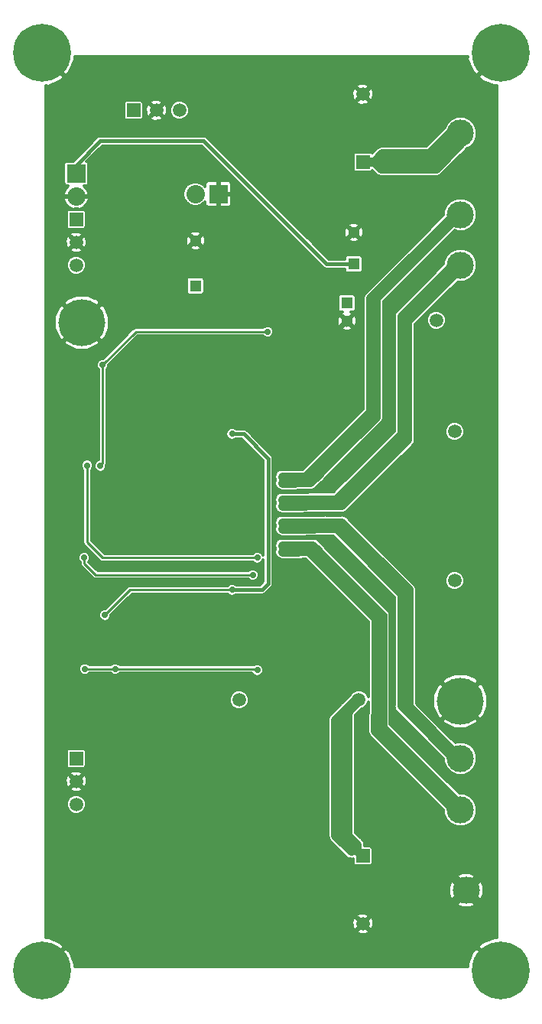
<source format=gbr>
G04 #@! TF.GenerationSoftware,KiCad,Pcbnew,(5.0.0)*
G04 #@! TF.CreationDate,2018-08-29T15:59:37+03:00*
G04 #@! TF.ProjectId,RDC2-0034A,524443322D30303334412E6B69636164,rev?*
G04 #@! TF.SameCoordinates,Original*
G04 #@! TF.FileFunction,Copper,L2,Bot,Signal*
G04 #@! TF.FilePolarity,Positive*
%FSLAX46Y46*%
G04 Gerber Fmt 4.6, Leading zero omitted, Abs format (unit mm)*
G04 Created by KiCad (PCBNEW (5.0.0)) date 08/29/18 15:59:37*
%MOMM*%
%LPD*%
G01*
G04 APERTURE LIST*
G04 #@! TA.AperFunction,ComponentPad*
%ADD10C,3.000000*%
G04 #@! TD*
G04 #@! TA.AperFunction,ComponentPad*
%ADD11C,5.200000*%
G04 #@! TD*
G04 #@! TA.AperFunction,ComponentPad*
%ADD12R,1.300000X1.300000*%
G04 #@! TD*
G04 #@! TA.AperFunction,ComponentPad*
%ADD13C,1.300000*%
G04 #@! TD*
G04 #@! TA.AperFunction,ComponentPad*
%ADD14R,1.500000X1.500000*%
G04 #@! TD*
G04 #@! TA.AperFunction,ComponentPad*
%ADD15C,1.500000*%
G04 #@! TD*
G04 #@! TA.AperFunction,ComponentPad*
%ADD16C,6.400000*%
G04 #@! TD*
G04 #@! TA.AperFunction,ComponentPad*
%ADD17R,2.032000X2.032000*%
G04 #@! TD*
G04 #@! TA.AperFunction,ComponentPad*
%ADD18O,2.032000X2.032000*%
G04 #@! TD*
G04 #@! TA.AperFunction,ViaPad*
%ADD19C,0.700000*%
G04 #@! TD*
G04 #@! TA.AperFunction,ViaPad*
%ADD20C,0.900000*%
G04 #@! TD*
G04 #@! TA.AperFunction,Conductor*
%ADD21C,0.250000*%
G04 #@! TD*
G04 #@! TA.AperFunction,Conductor*
%ADD22C,0.300000*%
G04 #@! TD*
G04 #@! TA.AperFunction,Conductor*
%ADD23C,1.000000*%
G04 #@! TD*
G04 #@! TA.AperFunction,Conductor*
%ADD24C,0.400000*%
G04 #@! TD*
G04 APERTURE END LIST*
D10*
G04 #@! TO.P,P11,1*
G04 #@! TO.N,Net-(C18-Pad1)*
X120015000Y-50927000D03*
G04 #@! TD*
G04 #@! TO.P,P12,1*
G04 #@! TO.N,Net-(C16-Pad1)*
X120015000Y-56515000D03*
G04 #@! TD*
G04 #@! TO.P,P13,1*
G04 #@! TO.N,Net-(C17-Pad2)*
X120015000Y-111125000D03*
G04 #@! TD*
G04 #@! TO.P,P14,1*
G04 #@! TO.N,Net-(C19-Pad2)*
X120015000Y-116840000D03*
G04 #@! TD*
D11*
G04 #@! TO.P,REF\002A\002A,1*
G04 #@! TO.N,GND*
X120015000Y-104775000D03*
X78105000Y-62865000D03*
G04 #@! TD*
D12*
G04 #@! TO.P,C13,1*
G04 #@! TO.N,15V*
X90678000Y-58801000D03*
D13*
G04 #@! TO.P,C13,2*
G04 #@! TO.N,GND*
X90678000Y-53801000D03*
G04 #@! TD*
D12*
G04 #@! TO.P,C14,1*
G04 #@! TO.N,Net-(C14-Pad1)*
X107442000Y-60706000D03*
D13*
G04 #@! TO.P,C14,2*
G04 #@! TO.N,GND*
X107442000Y-62706000D03*
G04 #@! TD*
G04 #@! TO.P,C15,2*
G04 #@! TO.N,GND*
X108204000Y-52888000D03*
D12*
G04 #@! TO.P,C15,1*
G04 #@! TO.N,12V*
X108204000Y-56388000D03*
G04 #@! TD*
D14*
G04 #@! TO.P,C20,1*
G04 #@! TO.N,VDD*
X109220000Y-45085000D03*
D15*
G04 #@! TO.P,C20,2*
G04 #@! TO.N,GND*
X109220000Y-37585000D03*
G04 #@! TD*
D14*
G04 #@! TO.P,C21,1*
G04 #@! TO.N,VDD*
X109220000Y-121920000D03*
D15*
G04 #@! TO.P,C21,2*
G04 #@! TO.N,GND*
X109220000Y-129420000D03*
G04 #@! TD*
D10*
G04 #@! TO.P,P4,1*
G04 #@! TO.N,VDD*
X120015000Y-41910000D03*
G04 #@! TD*
G04 #@! TO.P,P5,1*
G04 #@! TO.N,GND*
X120650000Y-125730000D03*
G04 #@! TD*
D14*
G04 #@! TO.P,P1,1*
G04 #@! TO.N,Net-(C1-Pad2)*
X77470000Y-51435000D03*
D15*
G04 #@! TO.P,P1,2*
G04 #@! TO.N,GND*
X77470000Y-53975000D03*
G04 #@! TO.P,P1,3*
G04 #@! TO.N,Net-(C2-Pad2)*
X77470000Y-56515000D03*
G04 #@! TD*
D14*
G04 #@! TO.P,P2,1*
G04 #@! TO.N,Net-(C3-Pad2)*
X77470000Y-111125000D03*
D15*
G04 #@! TO.P,P2,2*
G04 #@! TO.N,GND*
X77470000Y-113665000D03*
G04 #@! TO.P,P2,3*
G04 #@! TO.N,Net-(C4-Pad2)*
X77470000Y-116205000D03*
G04 #@! TD*
D14*
G04 #@! TO.P,P3,1*
G04 #@! TO.N,VDD*
X83820000Y-39370000D03*
D15*
G04 #@! TO.P,P3,2*
G04 #@! TO.N,GND*
X86360000Y-39370000D03*
G04 #@! TO.P,P3,3*
G04 #@! TO.N,15V*
X88900000Y-39370000D03*
G04 #@! TD*
G04 #@! TO.P,P6,1*
G04 #@! TO.N,VDD*
X117348000Y-62611000D03*
G04 #@! TD*
G04 #@! TO.P,P7,1*
G04 #@! TO.N,VDD*
X119380000Y-74930000D03*
G04 #@! TD*
G04 #@! TO.P,P8,1*
G04 #@! TO.N,VDD*
X119380000Y-91440000D03*
G04 #@! TD*
G04 #@! TO.P,P9,1*
G04 #@! TO.N,VDD*
X108775500Y-104584500D03*
G04 #@! TD*
G04 #@! TO.P,P10,1*
G04 #@! TO.N,RES*
X95504000Y-104648000D03*
G04 #@! TD*
D16*
G04 #@! TO.P,REF\002A\002A,1*
G04 #@! TO.N,GND*
X73660000Y-33020000D03*
G04 #@! TD*
G04 #@! TO.P,REF\002A\002A,1*
G04 #@! TO.N,GND*
X124460000Y-33020000D03*
G04 #@! TD*
G04 #@! TO.P,REF\002A\002A,1*
G04 #@! TO.N,GND*
X73660000Y-134620000D03*
G04 #@! TD*
G04 #@! TO.P,REF\002A\002A,1*
G04 #@! TO.N,GND*
X124460000Y-134620000D03*
G04 #@! TD*
D17*
G04 #@! TO.P,REF\002A\002A,1*
G04 #@! TO.N,GND*
X93218000Y-48641000D03*
D18*
G04 #@! TO.P,REF\002A\002A,2*
G04 #@! TO.N,15V*
X90678000Y-48641000D03*
G04 #@! TD*
D17*
G04 #@! TO.P,REF\002A\002A,1*
G04 #@! TO.N,12V*
X77470000Y-46355000D03*
D18*
G04 #@! TO.P,REF\002A\002A,2*
G04 #@! TO.N,GND*
X77470000Y-48895000D03*
G04 #@! TD*
D19*
G04 #@! TO.N,GND*
X92837000Y-75692000D03*
X90424000Y-75819000D03*
X90297000Y-74422000D03*
X89408000Y-72136000D03*
X89408000Y-68707000D03*
X91440000Y-68707000D03*
X82931000Y-67691000D03*
X82804000Y-71374000D03*
X82804000Y-74803000D03*
X82804000Y-78232000D03*
X82931000Y-86487000D03*
X82804000Y-84201000D03*
X82804000Y-81534000D03*
X95885000Y-41529000D03*
X95885000Y-44577000D03*
X90424000Y-78105000D03*
X88138000Y-75819000D03*
X86741000Y-74041000D03*
X86741000Y-69850000D03*
X86741000Y-66802000D03*
X86741000Y-61468000D03*
X86614000Y-58674000D03*
X86614000Y-55626000D03*
X88773000Y-55626000D03*
X89154000Y-60833000D03*
X96266000Y-66548000D03*
X95250000Y-68834000D03*
X75057000Y-129159000D03*
X75057000Y-126365000D03*
X75057000Y-123063000D03*
X75057000Y-118491000D03*
X75184000Y-115316000D03*
X121285000Y-131318000D03*
X116332000Y-133096000D03*
X77597000Y-130937000D03*
X79248000Y-133096000D03*
X84328000Y-133096000D03*
X89408000Y-133096000D03*
X89408000Y-128270000D03*
X89408000Y-122428000D03*
X89408000Y-119634000D03*
X89408000Y-116586000D03*
X92329000Y-113919000D03*
X92202000Y-110490000D03*
X92202000Y-107315000D03*
X92202000Y-103632000D03*
X92202000Y-99695000D03*
X92202000Y-97155000D03*
X92202000Y-95250000D03*
X92837000Y-93599000D03*
X73660000Y-134620000D03*
X85598000Y-102616000D03*
X88138000Y-102362000D03*
X88138000Y-100203000D03*
X88138000Y-98552000D03*
X88011000Y-96139000D03*
X88011000Y-93853000D03*
X86487000Y-91567000D03*
X88011000Y-91694000D03*
X88138000Y-89789000D03*
X92837000Y-89916000D03*
X92837000Y-91567000D03*
X80137000Y-113665000D03*
X83820000Y-113665000D03*
X86995000Y-113665000D03*
X88900000Y-112395000D03*
X89535000Y-109855000D03*
X89535000Y-107315000D03*
X90170000Y-105410000D03*
X90297000Y-102616000D03*
X90297000Y-91567000D03*
X90297000Y-93345000D03*
X90297000Y-95123000D03*
X90297000Y-97409000D03*
X90297000Y-100076000D03*
X122682000Y-66675000D03*
X122682000Y-73914000D03*
X77851000Y-70739000D03*
X74803000Y-70739000D03*
X74676000Y-74549000D03*
X74676000Y-77851000D03*
X74676000Y-81026000D03*
X74676000Y-96012000D03*
X74676000Y-92964000D03*
X74676000Y-90297000D03*
X74676000Y-87376000D03*
X112395000Y-94234000D03*
X111760000Y-93345000D03*
X109855000Y-91440000D03*
X107950000Y-89535000D03*
X106680000Y-88265000D03*
X107315000Y-127635000D03*
X103505000Y-121920000D03*
X103505000Y-116205000D03*
X103505000Y-110490000D03*
X103505000Y-104775000D03*
X107315000Y-101600000D03*
X107950000Y-96520000D03*
X102870000Y-97155000D03*
X100965000Y-95885000D03*
X98425000Y-94615000D03*
X100965000Y-93345000D03*
X116205000Y-95250000D03*
X115951000Y-91694000D03*
X113919000Y-89535000D03*
X112141000Y-87757000D03*
X112268000Y-61722000D03*
X112141000Y-66294000D03*
X112141000Y-69596000D03*
X112014000Y-73914000D03*
X110617000Y-75819000D03*
X108966000Y-77597000D03*
X105664000Y-64389000D03*
X102997000Y-67183000D03*
X102997000Y-70231000D03*
X101981000Y-72390000D03*
X103759000Y-72517000D03*
X122682000Y-38735000D03*
X120269000Y-36449000D03*
X118364000Y-34544000D03*
X113538000Y-34544000D03*
X107188000Y-34544000D03*
X100838000Y-34544000D03*
X94234000Y-34544000D03*
X88646000Y-34544000D03*
X82296000Y-34544000D03*
X75819000Y-108204000D03*
X74930000Y-59690000D03*
X74930000Y-57150000D03*
X74930000Y-54610000D03*
X74930000Y-52070000D03*
X74930000Y-49530000D03*
X74930000Y-46863000D03*
X74930000Y-44704000D03*
X76200000Y-43180000D03*
X76200000Y-40640000D03*
X76200000Y-38100000D03*
X78740000Y-35560000D03*
X96621600Y-87160100D03*
X97701100Y-87122000D03*
X97701100Y-85064600D03*
X97713800Y-84302600D03*
X97701100Y-82727800D03*
X97713800Y-81051400D03*
X96799400Y-81076800D03*
X96862900Y-82702400D03*
X105638600Y-72694800D03*
X105625900Y-74510900D03*
X105613200Y-75653900D03*
X105537000Y-95186500D03*
X105473500Y-93548200D03*
X96761300Y-84988400D03*
X96786700Y-84378800D03*
X88315800Y-85420200D03*
X89992200Y-85483700D03*
X91655900Y-84582000D03*
X92938600Y-84556600D03*
X101803200Y-91694000D03*
X101155500Y-91020900D03*
X101180900Y-90131900D03*
X101173280Y-89362280D03*
X101180900Y-76276200D03*
X101180900Y-77012800D03*
X101180900Y-77952600D03*
X101180900Y-78790800D03*
X109220000Y-83185000D03*
X114554000Y-83058000D03*
X114554000Y-84963000D03*
X109220000Y-85090000D03*
X93726000Y-133096000D03*
X97790000Y-133096000D03*
X101600000Y-133096000D03*
X74803000Y-98933000D03*
X74676000Y-83947000D03*
X89535000Y-81534000D03*
X89535000Y-83439000D03*
X92202000Y-82804000D03*
X111887000Y-84201000D03*
X122809000Y-82423000D03*
X122936000Y-84963000D03*
X122936000Y-91567000D03*
X122936000Y-95250000D03*
X122936000Y-99060000D03*
X122682000Y-62230000D03*
X86487000Y-41910000D03*
X86487000Y-45339000D03*
X95250000Y-73660000D03*
X100965000Y-74676000D03*
X100965000Y-49784000D03*
X97917000Y-73406000D03*
X99695000Y-73406000D03*
G04 #@! TO.N,12V*
X80645000Y-95250000D03*
X94742000Y-92456000D03*
X94742000Y-75184000D03*
D20*
G04 #@! TO.N,Net-(C16-Pad1)*
X101028500Y-82486500D03*
X105029000Y-83121500D03*
X100330000Y-82486500D03*
X100324920Y-83185000D03*
X105740200Y-83129120D03*
X101025960Y-83185000D03*
G04 #@! TO.N,Net-(C17-Pad2)*
X101028500Y-85026500D03*
X101031040Y-85725000D03*
X100324920Y-85725000D03*
X105029000Y-85026500D03*
X100330000Y-85026500D03*
X105745280Y-85034120D03*
G04 #@! TO.N,Net-(C18-Pad1)*
X101028500Y-79946500D03*
X100330000Y-80650000D03*
X104394000Y-79629000D03*
X100330000Y-79946500D03*
X105029000Y-78994000D03*
X101030000Y-80650000D03*
G04 #@! TO.N,Net-(C19-Pad2)*
X101028500Y-87566500D03*
X101020880Y-88270080D03*
X100330000Y-87566500D03*
X104330500Y-88201500D03*
X100330000Y-88270080D03*
X104902000Y-89027000D03*
D19*
G04 #@! TO.N,FAULT*
X97536000Y-88900000D03*
X78676500Y-78676500D03*
G04 #@! TO.N,CLIP*
X78359000Y-88900000D03*
X97028000Y-90805000D03*
G04 #@! TO.N,+3V3*
X78422500Y-101219000D03*
X80391000Y-67564000D03*
X98679000Y-63881000D03*
X81788000Y-101219000D03*
X97536000Y-101346000D03*
X80137000Y-78740000D03*
G04 #@! TD*
D21*
G04 #@! TO.N,GND*
X90551000Y-75692000D02*
X92837000Y-75692000D01*
X90424000Y-75819000D02*
X90551000Y-75692000D01*
X90297000Y-73025000D02*
X90297000Y-74422000D01*
X89408000Y-72136000D02*
X90297000Y-73025000D01*
X91440000Y-68707000D02*
X89408000Y-68707000D01*
X82804000Y-78232000D02*
X82804000Y-81534000D01*
X82931000Y-67691000D02*
X82804000Y-67818000D01*
X82804000Y-67818000D02*
X82804000Y-71374000D01*
X82804000Y-74803000D02*
X82804000Y-78232000D01*
X82931000Y-84328000D02*
X82931000Y-86487000D01*
X82804000Y-84201000D02*
X82931000Y-84328000D01*
X95885000Y-44577000D02*
X95885000Y-41529000D01*
X88773000Y-55626000D02*
X86614000Y-55626000D01*
X87122000Y-74803000D02*
X88138000Y-75819000D01*
X87122000Y-74422000D02*
X87122000Y-74803000D01*
X86741000Y-74041000D02*
X87122000Y-74422000D01*
X86741000Y-66802000D02*
X86741000Y-69850000D01*
X86741000Y-58801000D02*
X86741000Y-61468000D01*
X86614000Y-58674000D02*
X86741000Y-58801000D01*
X88773000Y-55626000D02*
X89154000Y-56007000D01*
X89154000Y-56007000D02*
X89154000Y-60833000D01*
X96266000Y-67818000D02*
X96266000Y-66548000D01*
X95250000Y-68834000D02*
X96266000Y-67818000D01*
X75057000Y-129159000D02*
X75057000Y-128905000D01*
X75057000Y-123063000D02*
X75057000Y-126365000D01*
X75057000Y-115443000D02*
X75057000Y-118491000D01*
X75184000Y-115316000D02*
X75057000Y-115443000D01*
X121285000Y-131318000D02*
X119507000Y-133096000D01*
X119507000Y-133096000D02*
X116332000Y-133096000D01*
X77597000Y-131445000D02*
X77597000Y-130937000D01*
X79248000Y-133096000D02*
X77597000Y-131445000D01*
X89408000Y-133096000D02*
X84328000Y-133096000D01*
X89408000Y-122428000D02*
X89408000Y-128270000D01*
X89408000Y-116586000D02*
X89408000Y-119634000D01*
X92329000Y-110617000D02*
X92329000Y-113919000D01*
X92202000Y-110490000D02*
X92329000Y-110617000D01*
X92202000Y-103632000D02*
X92202000Y-107315000D01*
X92202000Y-97155000D02*
X92202000Y-99695000D01*
X92202000Y-94234000D02*
X92202000Y-95250000D01*
X92837000Y-93599000D02*
X92202000Y-94234000D01*
X87884000Y-102616000D02*
X85598000Y-102616000D01*
X88138000Y-102362000D02*
X87884000Y-102616000D01*
X88138000Y-98552000D02*
X88138000Y-100203000D01*
X88011000Y-93853000D02*
X88011000Y-96139000D01*
X90297000Y-91567000D02*
X92837000Y-91567000D01*
X87884000Y-91567000D02*
X86487000Y-91567000D01*
X88011000Y-91694000D02*
X87884000Y-91567000D01*
X92710000Y-89789000D02*
X88138000Y-89789000D01*
X92837000Y-89916000D02*
X92710000Y-89789000D01*
X78676500Y-114808000D02*
X78994000Y-114808000D01*
X78994000Y-114808000D02*
X80137000Y-113665000D01*
X83820000Y-113665000D02*
X86995000Y-113665000D01*
X88900000Y-112395000D02*
X89535000Y-111760000D01*
X89535000Y-111760000D02*
X89535000Y-109855000D01*
X89535000Y-107315000D02*
X90170000Y-106680000D01*
X90170000Y-106680000D02*
X90170000Y-105410000D01*
X77533500Y-113665000D02*
X78676500Y-114808000D01*
X90297000Y-91567000D02*
X90297000Y-91440000D01*
X90297000Y-95123000D02*
X90297000Y-93345000D01*
X90297000Y-100076000D02*
X90297000Y-97409000D01*
X77470000Y-113665000D02*
X77533500Y-113665000D01*
X122682000Y-73914000D02*
X122682000Y-66675000D01*
X77851000Y-70739000D02*
X74803000Y-70739000D01*
X74676000Y-74549000D02*
X74676000Y-77851000D01*
X74676000Y-92964000D02*
X74676000Y-96012000D01*
X74676000Y-87376000D02*
X74676000Y-90297000D01*
X109855000Y-91440000D02*
X111760000Y-93345000D01*
X106680000Y-88265000D02*
X107950000Y-89535000D01*
X109220000Y-129420000D02*
X109100000Y-129420000D01*
X109100000Y-129420000D02*
X107315000Y-127635000D01*
X103505000Y-121920000D02*
X103505000Y-116205000D01*
X103505000Y-110490000D02*
X103505000Y-104775000D01*
X107315000Y-101600000D02*
X107950000Y-100965000D01*
X107950000Y-100965000D02*
X107950000Y-96520000D01*
X102870000Y-97155000D02*
X101600000Y-95885000D01*
X101600000Y-95885000D02*
X100965000Y-95885000D01*
X98425000Y-94615000D02*
X99695000Y-93345000D01*
X99695000Y-93345000D02*
X100965000Y-93345000D01*
X116205000Y-91948000D02*
X116205000Y-95250000D01*
X115951000Y-91694000D02*
X116205000Y-91948000D01*
X112141000Y-87757000D02*
X113919000Y-89535000D01*
X112268000Y-63373000D02*
X112268000Y-61722000D01*
X112141000Y-63500000D02*
X112268000Y-63373000D01*
X112141000Y-66294000D02*
X112141000Y-63500000D01*
X112141000Y-73787000D02*
X112141000Y-69596000D01*
X112014000Y-73914000D02*
X112141000Y-73787000D01*
X110617000Y-75946000D02*
X110617000Y-75819000D01*
X108966000Y-77597000D02*
X110617000Y-75946000D01*
X107442000Y-62706000D02*
X107347000Y-62706000D01*
X107347000Y-62706000D02*
X105664000Y-64389000D01*
X102997000Y-67183000D02*
X102997000Y-70231000D01*
X101981000Y-72390000D02*
X102108000Y-72517000D01*
X102108000Y-72517000D02*
X103759000Y-72517000D01*
X118364000Y-34544000D02*
X120269000Y-36449000D01*
X107188000Y-34544000D02*
X113538000Y-34544000D01*
X94234000Y-34544000D02*
X100838000Y-34544000D01*
X82296000Y-34544000D02*
X88646000Y-34544000D01*
X77470000Y-113665000D02*
X77470000Y-113792000D01*
X86360000Y-39370000D02*
X85090000Y-38100000D01*
X74930000Y-57150000D02*
X74930000Y-59690000D01*
X74930000Y-52070000D02*
X74930000Y-54610000D01*
X74930000Y-46863000D02*
X74930000Y-49530000D01*
X76200000Y-43180000D02*
X74930000Y-44704000D01*
X76200000Y-38100000D02*
X76200000Y-40640000D01*
X82550000Y-35560000D02*
X78740000Y-35560000D01*
X85090000Y-38100000D02*
X82550000Y-35560000D01*
X96786700Y-84378800D02*
X96786700Y-82778600D01*
X97701100Y-85064600D02*
X97701100Y-87122000D01*
X97713800Y-82740500D02*
X97713800Y-84302600D01*
X97701100Y-82727800D02*
X97713800Y-82740500D01*
X96824800Y-81051400D02*
X97713800Y-81051400D01*
X96799400Y-81076800D02*
X96824800Y-81051400D01*
X96786700Y-82778600D02*
X96862900Y-82702400D01*
X105625900Y-75641200D02*
X105625900Y-74510900D01*
X105613200Y-75653900D02*
X105625900Y-75641200D01*
X105537000Y-93611700D02*
X105537000Y-95186500D01*
X105473500Y-93548200D02*
X105537000Y-93611700D01*
X96761300Y-84404200D02*
X96761300Y-84988400D01*
X96786700Y-84378800D02*
X96761300Y-84404200D01*
X89928700Y-85420200D02*
X88315800Y-85420200D01*
X89992200Y-85483700D02*
X89928700Y-85420200D01*
X92913200Y-84582000D02*
X91655900Y-84582000D01*
X92938600Y-84556600D02*
X92913200Y-84582000D01*
D22*
X101803200Y-91668600D02*
X101803200Y-91694000D01*
X101155500Y-91020900D02*
X101803200Y-91668600D01*
X101173280Y-89362280D02*
X101180900Y-90131900D01*
X101180900Y-77012800D02*
X101180900Y-76276200D01*
X101180900Y-78790800D02*
X101180900Y-77952600D01*
D23*
X120650000Y-125730000D02*
X120650000Y-125704600D01*
X120650000Y-125704600D02*
X118897400Y-123952000D01*
X120650000Y-125730000D02*
X120650000Y-125742700D01*
X120650000Y-125742700D02*
X122301000Y-127393700D01*
X120650000Y-125742700D02*
X119024400Y-127368300D01*
X120650000Y-125704600D02*
X122466100Y-123888500D01*
D21*
X74676000Y-77851000D02*
X78105000Y-77851000D01*
X78105000Y-77851000D02*
X78232000Y-77724000D01*
X78232000Y-77724000D02*
X78994000Y-77724000D01*
D24*
G04 #@! TO.N,12V*
X77470000Y-46355000D02*
X77470000Y-45402500D01*
X77470000Y-45402500D02*
X80137000Y-42735500D01*
X80137000Y-42735500D02*
X91567000Y-42735500D01*
X91567000Y-42735500D02*
X105219500Y-56388000D01*
X105219500Y-56388000D02*
X108204000Y-56388000D01*
D21*
X94742000Y-92456000D02*
X83439000Y-92456000D01*
X83439000Y-92456000D02*
X80645000Y-95250000D01*
D24*
X94742000Y-75184000D02*
X96012000Y-75184000D01*
X98742500Y-91757500D02*
X98298000Y-92202000D01*
X98742500Y-77914500D02*
X98742500Y-91757500D01*
X96012000Y-75184000D02*
X98742500Y-77914500D01*
X98298000Y-92202000D02*
X98044000Y-92456000D01*
X94742000Y-92456000D02*
X98044000Y-92456000D01*
G04 #@! TO.N,Net-(C16-Pad1)*
X101028500Y-82486500D02*
X102997000Y-82486500D01*
X103314500Y-82169000D02*
X106616500Y-82169000D01*
X102997000Y-82486500D02*
X103314500Y-82169000D01*
X103886000Y-82486500D02*
X107505500Y-82486500D01*
D23*
X120015000Y-55840000D02*
X120015000Y-56896000D01*
X120015000Y-56896000D02*
X114173000Y-62738000D01*
X114173000Y-62738000D02*
X114173000Y-75819000D01*
X114173000Y-75819000D02*
X107505500Y-82486500D01*
X106870500Y-83121500D02*
X105740200Y-83129120D01*
X107505500Y-82486500D02*
X106870500Y-83121500D01*
X100330000Y-82486500D02*
X103886000Y-82486500D01*
X103886000Y-82486500D02*
X104394000Y-82486500D01*
X104394000Y-82486500D02*
X105029000Y-83121500D01*
X100324920Y-83185000D02*
X105740200Y-83129120D01*
D24*
X120015000Y-55840000D02*
X119928000Y-55840000D01*
D23*
X119928000Y-55840000D02*
X113538000Y-62230000D01*
X113538000Y-75247500D02*
X106616500Y-82169000D01*
X113538000Y-62230000D02*
X113538000Y-75247500D01*
X106616500Y-82169000D02*
X105740200Y-83129120D01*
D24*
G04 #@! TO.N,Net-(C17-Pad2)*
X106584750Y-85947250D02*
X101316790Y-86010750D01*
X101316790Y-86010750D02*
X101031040Y-85725000D01*
X104394000Y-85661500D02*
X107505500Y-85661500D01*
D23*
X120015000Y-111800000D02*
X120015000Y-111125000D01*
X120015000Y-111125000D02*
X114300000Y-105410000D01*
X114300000Y-105410000D02*
X114300000Y-92456000D01*
X114300000Y-92456000D02*
X107505500Y-85661500D01*
X106870500Y-85026500D02*
X105745280Y-85034120D01*
X107505500Y-85661500D02*
X106870500Y-85026500D01*
X100324920Y-85725000D02*
X104394000Y-85661500D01*
X104394000Y-85661500D02*
X105029000Y-85026500D01*
X100330000Y-85026500D02*
X105745280Y-85034120D01*
X105745280Y-85034120D02*
X106584750Y-85947250D01*
X106584750Y-85947250D02*
X113538000Y-92900500D01*
X113538000Y-92900500D02*
X113538000Y-105323000D01*
X113538000Y-105323000D02*
X120015000Y-111800000D01*
G04 #@! TO.N,Net-(C18-Pad1)*
X101028500Y-79946500D02*
X102933500Y-79946500D01*
X102933500Y-79946500D02*
X104394000Y-78486000D01*
X120015000Y-50840000D02*
X119467000Y-50840000D01*
X119467000Y-50840000D02*
X110109000Y-60198000D01*
X110109000Y-60198000D02*
X110109000Y-72771000D01*
X110109000Y-72771000D02*
X104394000Y-78486000D01*
X104394000Y-78486000D02*
X104394000Y-79629000D01*
X105029000Y-78994000D02*
X106553000Y-77470000D01*
X110680500Y-73342500D02*
X106553000Y-77470000D01*
X100330000Y-80650000D02*
X103441500Y-80581500D01*
X103441500Y-80581500D02*
X104394000Y-79629000D01*
X100330000Y-79946500D02*
X104076500Y-79946500D01*
X104076500Y-79946500D02*
X105029000Y-78994000D01*
X110680500Y-72263000D02*
X110680500Y-73342500D01*
X110680500Y-60174500D02*
X120015000Y-50840000D01*
X110680500Y-72263000D02*
X110680500Y-60174500D01*
D24*
G04 #@! TO.N,Net-(C19-Pad2)*
X104330500Y-88201500D02*
X104711500Y-88201500D01*
X111696500Y-95186500D02*
X111696500Y-108013500D01*
X104711500Y-88201500D02*
X111696500Y-95186500D01*
D23*
X120015000Y-116800000D02*
X119340000Y-116800000D01*
X119340000Y-116800000D02*
X110617000Y-108077000D01*
X110617000Y-106426000D02*
X110680500Y-106426000D01*
X110617000Y-108077000D02*
X110617000Y-106426000D01*
X101020880Y-88270080D02*
X103251000Y-88201500D01*
X103251000Y-88201500D02*
X110680500Y-95631000D01*
X120015000Y-116800000D02*
X120015000Y-116332000D01*
X120015000Y-116332000D02*
X111696500Y-108013500D01*
X111696500Y-108013500D02*
X111379000Y-107696000D01*
X111379000Y-107696000D02*
X111379000Y-95504000D01*
X111379000Y-95504000D02*
X110680500Y-94805500D01*
X100330000Y-87566500D02*
X103695500Y-87566500D01*
X103695500Y-87566500D02*
X104330500Y-88201500D01*
X100330000Y-88270080D02*
X104076500Y-88201500D01*
X104076500Y-88201500D02*
X104902000Y-89027000D01*
X110680500Y-95631000D02*
X110680500Y-94805500D01*
X110680500Y-94805500D02*
X104902000Y-89027000D01*
X110680500Y-107465500D02*
X120015000Y-116800000D01*
X110680500Y-95631000D02*
X110680500Y-106426000D01*
X110680500Y-106426000D02*
X110680500Y-107465500D01*
G04 #@! TO.N,VDD*
X107569000Y-105537000D02*
X107569000Y-119697500D01*
X108585000Y-120713500D02*
X108585000Y-121285000D01*
X107569000Y-119697500D02*
X108585000Y-120713500D01*
X107219750Y-105886250D02*
X107569000Y-105537000D01*
X107569000Y-105537000D02*
X106235500Y-106870500D01*
X107950000Y-121412000D02*
X107950000Y-121158000D01*
X106235500Y-119697500D02*
X107950000Y-121412000D01*
X106235500Y-106870500D02*
X106235500Y-119697500D01*
D24*
X109220000Y-121920000D02*
X108712000Y-121920000D01*
X108712000Y-121920000D02*
X107950000Y-121158000D01*
X107950000Y-121158000D02*
X106489500Y-119697500D01*
X106489500Y-119697500D02*
X106489500Y-118554500D01*
X106489500Y-118554500D02*
X106807000Y-118554500D01*
X108775500Y-104584500D02*
X108775500Y-105156000D01*
X108775500Y-105156000D02*
X107124500Y-106807000D01*
X107124500Y-106807000D02*
X107124500Y-119824500D01*
D23*
X108775500Y-104584500D02*
X108521500Y-104584500D01*
X108521500Y-104584500D02*
X107219750Y-105886250D01*
X107219750Y-105886250D02*
X106807000Y-106299000D01*
X106807000Y-119507000D02*
X107124500Y-119824500D01*
X107124500Y-119824500D02*
X108585000Y-121285000D01*
X108585000Y-121285000D02*
X109220000Y-121920000D01*
X106807000Y-106299000D02*
X106807000Y-118554500D01*
X106807000Y-118554500D02*
X106807000Y-119507000D01*
X120015000Y-41910000D02*
X120015000Y-43180000D01*
X120015000Y-43180000D02*
X117348000Y-45847000D01*
X111252000Y-45847000D02*
X110490000Y-45085000D01*
X117348000Y-45847000D02*
X111252000Y-45847000D01*
X120015000Y-41910000D02*
X118872000Y-41910000D01*
X118872000Y-41910000D02*
X116586000Y-44196000D01*
X111379000Y-44196000D02*
X110490000Y-45085000D01*
X116586000Y-44196000D02*
X111379000Y-44196000D01*
X120015000Y-41910000D02*
X120015000Y-42799000D01*
X109220000Y-45085000D02*
X110490000Y-45085000D01*
X110490000Y-45085000D02*
X116840000Y-45085000D01*
X116840000Y-45085000D02*
X120015000Y-41910000D01*
D21*
G04 #@! TO.N,FAULT*
X78676500Y-78676500D02*
X78676500Y-87185500D01*
X78676500Y-87185500D02*
X78994000Y-87503000D01*
X97536000Y-88900000D02*
X80391000Y-88900000D01*
X80391000Y-88900000D02*
X78994000Y-87503000D01*
G04 #@! TO.N,CLIP*
X78359000Y-89535000D02*
X78359000Y-88900000D01*
X79629000Y-90805000D02*
X78359000Y-89535000D01*
X97028000Y-90805000D02*
X79629000Y-90805000D01*
G04 #@! TO.N,+3V3*
X78422500Y-101219000D02*
X81788000Y-101219000D01*
X84074000Y-63881000D02*
X80391000Y-67564000D01*
X98679000Y-63881000D02*
X84074000Y-63881000D01*
X92837000Y-101219000D02*
X81788000Y-101219000D01*
X97409000Y-101219000D02*
X92837000Y-101219000D01*
X97536000Y-101346000D02*
X97409000Y-101219000D01*
X80391000Y-78486000D02*
X80137000Y-78740000D01*
X80391000Y-67564000D02*
X80391000Y-78486000D01*
G04 #@! TD*
D22*
G04 #@! TO.N,GND*
G36*
X120801281Y-33700732D02*
X121340289Y-35049045D01*
X121391545Y-35125756D01*
X121838315Y-35500263D01*
X122568723Y-34769855D01*
X122710145Y-34911277D01*
X121979737Y-35641685D01*
X122354244Y-36088455D01*
X123688783Y-36660720D01*
X124035001Y-36665012D01*
X124035000Y-130964451D01*
X123779268Y-130961281D01*
X122430955Y-131500289D01*
X122354244Y-131551545D01*
X121979737Y-131998315D01*
X122695059Y-132713638D01*
X122552340Y-132853762D01*
X121838315Y-132139737D01*
X121391545Y-132514244D01*
X120819280Y-133848783D01*
X120814988Y-134195000D01*
X77315549Y-134195000D01*
X77318719Y-133939268D01*
X76779711Y-132590955D01*
X76728455Y-132514244D01*
X76281685Y-132139737D01*
X75566362Y-132855059D01*
X75426238Y-132712340D01*
X76140263Y-131998315D01*
X75765756Y-131551545D01*
X74431217Y-130979280D01*
X74085000Y-130974988D01*
X74085000Y-130273124D01*
X108508298Y-130273124D01*
X108584147Y-130465307D01*
X109032571Y-130629068D01*
X109509528Y-130608760D01*
X109855853Y-130465307D01*
X109931702Y-130273124D01*
X109220000Y-129561421D01*
X108508298Y-130273124D01*
X74085000Y-130273124D01*
X74085000Y-129232571D01*
X108010932Y-129232571D01*
X108031240Y-129709528D01*
X108174693Y-130055853D01*
X108366876Y-130131702D01*
X109078579Y-129420000D01*
X109361421Y-129420000D01*
X110073124Y-130131702D01*
X110265307Y-130055853D01*
X110429068Y-129607429D01*
X110408760Y-129130472D01*
X110265307Y-128784147D01*
X110073124Y-128708298D01*
X109361421Y-129420000D01*
X109078579Y-129420000D01*
X108366876Y-128708298D01*
X108174693Y-128784147D01*
X108010932Y-129232571D01*
X74085000Y-129232571D01*
X74085000Y-128566876D01*
X108508298Y-128566876D01*
X109220000Y-129278579D01*
X109931702Y-128566876D01*
X109855853Y-128374693D01*
X109407429Y-128210932D01*
X108930472Y-128231240D01*
X108584147Y-128374693D01*
X108508298Y-128566876D01*
X74085000Y-128566876D01*
X74085000Y-127125146D01*
X119396275Y-127125146D01*
X119563745Y-127395233D01*
X120283688Y-127684167D01*
X121059399Y-127675596D01*
X121736255Y-127395233D01*
X121903725Y-127125146D01*
X120650000Y-125871421D01*
X119396275Y-127125146D01*
X74085000Y-127125146D01*
X74085000Y-125363688D01*
X118695833Y-125363688D01*
X118704404Y-126139399D01*
X118984767Y-126816255D01*
X119254854Y-126983725D01*
X120508579Y-125730000D01*
X120791421Y-125730000D01*
X122045146Y-126983725D01*
X122315233Y-126816255D01*
X122604167Y-126096312D01*
X122595596Y-125320601D01*
X122315233Y-124643745D01*
X122045146Y-124476275D01*
X120791421Y-125730000D01*
X120508579Y-125730000D01*
X119254854Y-124476275D01*
X118984767Y-124643745D01*
X118695833Y-125363688D01*
X74085000Y-125363688D01*
X74085000Y-124334854D01*
X119396275Y-124334854D01*
X120650000Y-125588579D01*
X121903725Y-124334854D01*
X121736255Y-124064767D01*
X121016312Y-123775833D01*
X120240601Y-123784404D01*
X119563745Y-124064767D01*
X119396275Y-124334854D01*
X74085000Y-124334854D01*
X74085000Y-115986196D01*
X76370000Y-115986196D01*
X76370000Y-116423804D01*
X76537465Y-116828100D01*
X76846900Y-117137535D01*
X77251196Y-117305000D01*
X77688804Y-117305000D01*
X78093100Y-117137535D01*
X78402535Y-116828100D01*
X78570000Y-116423804D01*
X78570000Y-115986196D01*
X78402535Y-115581900D01*
X78093100Y-115272465D01*
X77688804Y-115105000D01*
X77251196Y-115105000D01*
X76846900Y-115272465D01*
X76537465Y-115581900D01*
X76370000Y-115986196D01*
X74085000Y-115986196D01*
X74085000Y-114518124D01*
X76758298Y-114518124D01*
X76834147Y-114710307D01*
X77282571Y-114874068D01*
X77759528Y-114853760D01*
X78105853Y-114710307D01*
X78181702Y-114518124D01*
X77470000Y-113806421D01*
X76758298Y-114518124D01*
X74085000Y-114518124D01*
X74085000Y-113477571D01*
X76260932Y-113477571D01*
X76281240Y-113954528D01*
X76424693Y-114300853D01*
X76616876Y-114376702D01*
X77328579Y-113665000D01*
X77611421Y-113665000D01*
X78323124Y-114376702D01*
X78515307Y-114300853D01*
X78679068Y-113852429D01*
X78658760Y-113375472D01*
X78515307Y-113029147D01*
X78323124Y-112953298D01*
X77611421Y-113665000D01*
X77328579Y-113665000D01*
X76616876Y-112953298D01*
X76424693Y-113029147D01*
X76260932Y-113477571D01*
X74085000Y-113477571D01*
X74085000Y-112811876D01*
X76758298Y-112811876D01*
X77470000Y-113523579D01*
X78181702Y-112811876D01*
X78105853Y-112619693D01*
X77657429Y-112455932D01*
X77180472Y-112476240D01*
X76834147Y-112619693D01*
X76758298Y-112811876D01*
X74085000Y-112811876D01*
X74085000Y-110375000D01*
X76363144Y-110375000D01*
X76363144Y-111875000D01*
X76390308Y-112011563D01*
X76467665Y-112127335D01*
X76583437Y-112204692D01*
X76720000Y-112231856D01*
X78220000Y-112231856D01*
X78356563Y-112204692D01*
X78472335Y-112127335D01*
X78549692Y-112011563D01*
X78576856Y-111875000D01*
X78576856Y-110375000D01*
X78549692Y-110238437D01*
X78472335Y-110122665D01*
X78356563Y-110045308D01*
X78220000Y-110018144D01*
X76720000Y-110018144D01*
X76583437Y-110045308D01*
X76467665Y-110122665D01*
X76390308Y-110238437D01*
X76363144Y-110375000D01*
X74085000Y-110375000D01*
X74085000Y-104429196D01*
X94404000Y-104429196D01*
X94404000Y-104866804D01*
X94571465Y-105271100D01*
X94880900Y-105580535D01*
X95285196Y-105748000D01*
X95722804Y-105748000D01*
X96127100Y-105580535D01*
X96436535Y-105271100D01*
X96604000Y-104866804D01*
X96604000Y-104429196D01*
X96436535Y-104024900D01*
X96127100Y-103715465D01*
X95722804Y-103548000D01*
X95285196Y-103548000D01*
X94880900Y-103715465D01*
X94571465Y-104024900D01*
X94404000Y-104429196D01*
X74085000Y-104429196D01*
X74085000Y-101079761D01*
X77722500Y-101079761D01*
X77722500Y-101358239D01*
X77829068Y-101615518D01*
X78025982Y-101812432D01*
X78283261Y-101919000D01*
X78561739Y-101919000D01*
X78819018Y-101812432D01*
X78937450Y-101694000D01*
X81273050Y-101694000D01*
X81391482Y-101812432D01*
X81648761Y-101919000D01*
X81927239Y-101919000D01*
X82184518Y-101812432D01*
X82302950Y-101694000D01*
X96922471Y-101694000D01*
X96942568Y-101742518D01*
X97139482Y-101939432D01*
X97396761Y-102046000D01*
X97675239Y-102046000D01*
X97932518Y-101939432D01*
X98129432Y-101742518D01*
X98236000Y-101485239D01*
X98236000Y-101206761D01*
X98129432Y-100949482D01*
X97932518Y-100752568D01*
X97675239Y-100646000D01*
X97396761Y-100646000D01*
X97160167Y-100744000D01*
X82302950Y-100744000D01*
X82184518Y-100625568D01*
X81927239Y-100519000D01*
X81648761Y-100519000D01*
X81391482Y-100625568D01*
X81273050Y-100744000D01*
X78937450Y-100744000D01*
X78819018Y-100625568D01*
X78561739Y-100519000D01*
X78283261Y-100519000D01*
X78025982Y-100625568D01*
X77829068Y-100822482D01*
X77722500Y-101079761D01*
X74085000Y-101079761D01*
X74085000Y-88760761D01*
X77659000Y-88760761D01*
X77659000Y-89039239D01*
X77765568Y-89296518D01*
X77884000Y-89414950D01*
X77884000Y-89488226D01*
X77874696Y-89535000D01*
X77884000Y-89581774D01*
X77884000Y-89581778D01*
X77911561Y-89720334D01*
X78016545Y-89877455D01*
X78056204Y-89903955D01*
X79260049Y-91107801D01*
X79286545Y-91147455D01*
X79326199Y-91173951D01*
X79326201Y-91173953D01*
X79367456Y-91201518D01*
X79443665Y-91252439D01*
X79582221Y-91280000D01*
X79582225Y-91280000D01*
X79628999Y-91289304D01*
X79675773Y-91280000D01*
X96513050Y-91280000D01*
X96631482Y-91398432D01*
X96888761Y-91505000D01*
X97167239Y-91505000D01*
X97424518Y-91398432D01*
X97621432Y-91201518D01*
X97728000Y-90944239D01*
X97728000Y-90665761D01*
X97621432Y-90408482D01*
X97424518Y-90211568D01*
X97167239Y-90105000D01*
X96888761Y-90105000D01*
X96631482Y-90211568D01*
X96513050Y-90330000D01*
X79825752Y-90330000D01*
X78872350Y-89376600D01*
X78952432Y-89296518D01*
X79059000Y-89039239D01*
X79059000Y-88760761D01*
X78952432Y-88503482D01*
X78755518Y-88306568D01*
X78498239Y-88200000D01*
X78219761Y-88200000D01*
X77962482Y-88306568D01*
X77765568Y-88503482D01*
X77659000Y-88760761D01*
X74085000Y-88760761D01*
X74085000Y-78537261D01*
X77976500Y-78537261D01*
X77976500Y-78815739D01*
X78083068Y-79073018D01*
X78201500Y-79191450D01*
X78201501Y-87138721D01*
X78192196Y-87185500D01*
X78229062Y-87370835D01*
X78299066Y-87475603D01*
X78334046Y-87527955D01*
X78373702Y-87554452D01*
X78691202Y-87871953D01*
X78691205Y-87871955D01*
X80022049Y-89202801D01*
X80048545Y-89242455D01*
X80088199Y-89268951D01*
X80088201Y-89268953D01*
X80129456Y-89296518D01*
X80205665Y-89347439D01*
X80344221Y-89375000D01*
X80344225Y-89375000D01*
X80390999Y-89384304D01*
X80437773Y-89375000D01*
X97021050Y-89375000D01*
X97139482Y-89493432D01*
X97396761Y-89600000D01*
X97675239Y-89600000D01*
X97932518Y-89493432D01*
X98129432Y-89296518D01*
X98192501Y-89144256D01*
X98192501Y-91529682D01*
X97947396Y-91774788D01*
X97816184Y-91906000D01*
X95181950Y-91906000D01*
X95138518Y-91862568D01*
X94881239Y-91756000D01*
X94602761Y-91756000D01*
X94345482Y-91862568D01*
X94227050Y-91981000D01*
X83485775Y-91981000D01*
X83439000Y-91971696D01*
X83392225Y-91981000D01*
X83392221Y-91981000D01*
X83282272Y-92002871D01*
X83253664Y-92008561D01*
X83215820Y-92033848D01*
X83096545Y-92113545D01*
X83070047Y-92153202D01*
X80673250Y-94550000D01*
X80505761Y-94550000D01*
X80248482Y-94656568D01*
X80051568Y-94853482D01*
X79945000Y-95110761D01*
X79945000Y-95389239D01*
X80051568Y-95646518D01*
X80248482Y-95843432D01*
X80505761Y-95950000D01*
X80784239Y-95950000D01*
X81041518Y-95843432D01*
X81238432Y-95646518D01*
X81345000Y-95389239D01*
X81345000Y-95221750D01*
X83635751Y-92931000D01*
X94227050Y-92931000D01*
X94345482Y-93049432D01*
X94602761Y-93156000D01*
X94881239Y-93156000D01*
X95138518Y-93049432D01*
X95181950Y-93006000D01*
X97989831Y-93006000D01*
X98044000Y-93016775D01*
X98098169Y-93006000D01*
X98098170Y-93006000D01*
X98258599Y-92974089D01*
X98440528Y-92852528D01*
X98471216Y-92806600D01*
X98725212Y-92552604D01*
X99093102Y-92184715D01*
X99139028Y-92154028D01*
X99260589Y-91972099D01*
X99292500Y-91811670D01*
X99292500Y-91811669D01*
X99303275Y-91757500D01*
X99292500Y-91703331D01*
X99292500Y-87566500D01*
X99463348Y-87566500D01*
X99529318Y-87898153D01*
X99544294Y-87920566D01*
X99523383Y-87953137D01*
X99463494Y-88285941D01*
X99535523Y-88616331D01*
X99728503Y-88894009D01*
X100013057Y-89076697D01*
X100261856Y-89121469D01*
X100889873Y-89109973D01*
X100963332Y-89122251D01*
X102057810Y-89088594D01*
X102920226Y-89072808D01*
X109830500Y-95983082D01*
X109830501Y-104257058D01*
X109708035Y-103961400D01*
X109398600Y-103651965D01*
X108994304Y-103484500D01*
X108556696Y-103484500D01*
X108152400Y-103651965D01*
X107842965Y-103961400D01*
X107772570Y-104131349D01*
X107027158Y-104876761D01*
X106956184Y-104924184D01*
X106908763Y-104995155D01*
X106265157Y-105638762D01*
X106194184Y-105686184D01*
X106146762Y-105757156D01*
X105693658Y-106210261D01*
X105622684Y-106257684D01*
X105434818Y-106538848D01*
X105392254Y-106752830D01*
X105368848Y-106870500D01*
X105385500Y-106954214D01*
X105385501Y-119613781D01*
X105368848Y-119697500D01*
X105396926Y-119838653D01*
X105434819Y-120029153D01*
X105622685Y-120310316D01*
X105693656Y-120357737D01*
X107289763Y-121953845D01*
X107337184Y-122024816D01*
X107618347Y-122212682D01*
X107884029Y-122265530D01*
X107949999Y-122278652D01*
X107950000Y-122278652D01*
X108113144Y-122246200D01*
X108113144Y-122670000D01*
X108140308Y-122806563D01*
X108217665Y-122922335D01*
X108333437Y-122999692D01*
X108470000Y-123026856D01*
X109970000Y-123026856D01*
X110106563Y-122999692D01*
X110222335Y-122922335D01*
X110299692Y-122806563D01*
X110326856Y-122670000D01*
X110326856Y-121170000D01*
X110299692Y-121033437D01*
X110222335Y-120917665D01*
X110106563Y-120840308D01*
X109970000Y-120813144D01*
X109435000Y-120813144D01*
X109435000Y-120797214D01*
X109451652Y-120713500D01*
X109428523Y-120597225D01*
X109385682Y-120381847D01*
X109197816Y-120100684D01*
X109126845Y-120053263D01*
X108419000Y-119345419D01*
X108419000Y-106290317D01*
X109046393Y-105662924D01*
X109398600Y-105517035D01*
X109708035Y-105207600D01*
X109830501Y-104911941D01*
X109830501Y-106073121D01*
X109816318Y-106094347D01*
X109750348Y-106426000D01*
X109767001Y-106509720D01*
X109767000Y-107993286D01*
X109750348Y-108077000D01*
X109767000Y-108160714D01*
X109816318Y-108408652D01*
X110004184Y-108689816D01*
X110075158Y-108737239D01*
X118165000Y-116827082D01*
X118165000Y-117207988D01*
X118446645Y-117887941D01*
X118967059Y-118408355D01*
X119647012Y-118690000D01*
X120382988Y-118690000D01*
X121062941Y-118408355D01*
X121583355Y-117887941D01*
X121865000Y-117207988D01*
X121865000Y-116472012D01*
X121583355Y-115792059D01*
X121062941Y-115271645D01*
X120382988Y-114990000D01*
X119875081Y-114990000D01*
X112246500Y-107361419D01*
X112246500Y-95240669D01*
X112257275Y-95186500D01*
X112246500Y-95132330D01*
X112214589Y-94971901D01*
X112093028Y-94789972D01*
X112047103Y-94759286D01*
X105138716Y-87850900D01*
X105108028Y-87804972D01*
X105071547Y-87780596D01*
X104990736Y-87659654D01*
X104355739Y-87024658D01*
X104308316Y-86953684D01*
X104027153Y-86765818D01*
X103779215Y-86716500D01*
X103779214Y-86716500D01*
X103695500Y-86699848D01*
X103611786Y-86716500D01*
X100246285Y-86716500D01*
X99998347Y-86765818D01*
X99717184Y-86953684D01*
X99529318Y-87234847D01*
X99463348Y-87566500D01*
X99292500Y-87566500D01*
X99292500Y-85738522D01*
X99458374Y-85738522D01*
X99529511Y-86069106D01*
X99721741Y-86347303D01*
X100005801Y-86530759D01*
X100254479Y-86576202D01*
X101261314Y-86560490D01*
X101316790Y-86571525D01*
X101374245Y-86560096D01*
X104372882Y-86523951D01*
X104394000Y-86528152D01*
X104417842Y-86523409D01*
X105940475Y-86505056D01*
X105971075Y-86535656D01*
X106015657Y-86584150D01*
X106030185Y-86594766D01*
X112688000Y-93252581D01*
X112688001Y-105239281D01*
X112671348Y-105323000D01*
X112721674Y-105576000D01*
X112737319Y-105654653D01*
X112925185Y-105935816D01*
X112996156Y-105983237D01*
X118165000Y-111152082D01*
X118165000Y-111492988D01*
X118446645Y-112172941D01*
X118967059Y-112693355D01*
X119647012Y-112975000D01*
X120382988Y-112975000D01*
X121062941Y-112693355D01*
X121583355Y-112172941D01*
X121865000Y-111492988D01*
X121865000Y-110757012D01*
X121583355Y-110077059D01*
X121062941Y-109556645D01*
X120382988Y-109275000D01*
X119647012Y-109275000D01*
X119449071Y-109356990D01*
X117055989Y-106963908D01*
X117967513Y-106963908D01*
X118268980Y-107348321D01*
X119386655Y-107820611D01*
X120599989Y-107829235D01*
X121724265Y-107372879D01*
X121761020Y-107348321D01*
X122062487Y-106963908D01*
X120015000Y-104916421D01*
X117967513Y-106963908D01*
X117055989Y-106963908D01*
X115452070Y-105359989D01*
X116960765Y-105359989D01*
X117417121Y-106484265D01*
X117441679Y-106521020D01*
X117826092Y-106822487D01*
X119873579Y-104775000D01*
X120156421Y-104775000D01*
X122203908Y-106822487D01*
X122588321Y-106521020D01*
X123060611Y-105403345D01*
X123069235Y-104190011D01*
X122612879Y-103065735D01*
X122588321Y-103028980D01*
X122203908Y-102727513D01*
X120156421Y-104775000D01*
X119873579Y-104775000D01*
X117826092Y-102727513D01*
X117441679Y-103028980D01*
X116969389Y-104146655D01*
X116960765Y-105359989D01*
X115452070Y-105359989D01*
X115150000Y-105057919D01*
X115150000Y-102586092D01*
X117967513Y-102586092D01*
X120015000Y-104633579D01*
X122062487Y-102586092D01*
X121761020Y-102201679D01*
X120643345Y-101729389D01*
X119430011Y-101720765D01*
X118305735Y-102177121D01*
X118268980Y-102201679D01*
X117967513Y-102586092D01*
X115150000Y-102586092D01*
X115150000Y-92539713D01*
X115166652Y-92455999D01*
X115139257Y-92318275D01*
X115100682Y-92124347D01*
X114912816Y-91843184D01*
X114841845Y-91795763D01*
X114267278Y-91221196D01*
X118280000Y-91221196D01*
X118280000Y-91658804D01*
X118447465Y-92063100D01*
X118756900Y-92372535D01*
X119161196Y-92540000D01*
X119598804Y-92540000D01*
X120003100Y-92372535D01*
X120312535Y-92063100D01*
X120480000Y-91658804D01*
X120480000Y-91221196D01*
X120312535Y-90816900D01*
X120003100Y-90507465D01*
X119598804Y-90340000D01*
X119161196Y-90340000D01*
X118756900Y-90507465D01*
X118447465Y-90816900D01*
X118280000Y-91221196D01*
X114267278Y-91221196D01*
X108165738Y-85119657D01*
X108165736Y-85119654D01*
X107528682Y-84482601D01*
X107479152Y-84409549D01*
X107340319Y-84318138D01*
X107202153Y-84225819D01*
X107199221Y-84225236D01*
X107196723Y-84223591D01*
X107033505Y-84192272D01*
X106870500Y-84159848D01*
X106783935Y-84177067D01*
X105844225Y-84183431D01*
X105781672Y-84168232D01*
X105680147Y-84184028D01*
X105146788Y-84183277D01*
X105029000Y-84159848D01*
X104912867Y-84182948D01*
X100247482Y-84176384D01*
X99999474Y-84225353D01*
X99718047Y-84412823D01*
X99529786Y-84693721D01*
X99463349Y-85025281D01*
X99528853Y-85357026D01*
X99539952Y-85373688D01*
X99519161Y-85405881D01*
X99458374Y-85738522D01*
X99292500Y-85738522D01*
X99292500Y-83193942D01*
X99458315Y-83193942D01*
X99527703Y-83524897D01*
X99718460Y-83804106D01*
X100001547Y-83989061D01*
X100249981Y-84035818D01*
X105021120Y-83986585D01*
X105029000Y-83988152D01*
X105037743Y-83986413D01*
X105680373Y-83979782D01*
X105779715Y-83994871D01*
X105846358Y-83978424D01*
X106789623Y-83972064D01*
X106870500Y-83988152D01*
X106957052Y-83970935D01*
X106959943Y-83970916D01*
X107039122Y-83954610D01*
X107202153Y-83922181D01*
X107204628Y-83920527D01*
X107207543Y-83919927D01*
X107345108Y-83826662D01*
X107412345Y-83781736D01*
X107414390Y-83779691D01*
X107487433Y-83730170D01*
X107532782Y-83661299D01*
X108165736Y-83028346D01*
X108165738Y-83028343D01*
X114714845Y-76479237D01*
X114785816Y-76431816D01*
X114973682Y-76150653D01*
X115023000Y-75902715D01*
X115023000Y-75902714D01*
X115039652Y-75819000D01*
X115023000Y-75735286D01*
X115023000Y-74711196D01*
X118280000Y-74711196D01*
X118280000Y-75148804D01*
X118447465Y-75553100D01*
X118756900Y-75862535D01*
X119161196Y-76030000D01*
X119598804Y-76030000D01*
X120003100Y-75862535D01*
X120312535Y-75553100D01*
X120480000Y-75148804D01*
X120480000Y-74711196D01*
X120312535Y-74306900D01*
X120003100Y-73997465D01*
X119598804Y-73830000D01*
X119161196Y-73830000D01*
X118756900Y-73997465D01*
X118447465Y-74306900D01*
X118280000Y-74711196D01*
X115023000Y-74711196D01*
X115023000Y-63090081D01*
X115720885Y-62392196D01*
X116248000Y-62392196D01*
X116248000Y-62829804D01*
X116415465Y-63234100D01*
X116724900Y-63543535D01*
X117129196Y-63711000D01*
X117566804Y-63711000D01*
X117971100Y-63543535D01*
X118280535Y-63234100D01*
X118448000Y-62829804D01*
X118448000Y-62392196D01*
X118280535Y-61987900D01*
X117971100Y-61678465D01*
X117566804Y-61511000D01*
X117129196Y-61511000D01*
X116724900Y-61678465D01*
X116415465Y-61987900D01*
X116248000Y-62392196D01*
X115720885Y-62392196D01*
X119748082Y-58365000D01*
X120382988Y-58365000D01*
X121062941Y-58083355D01*
X121583355Y-57562941D01*
X121865000Y-56882988D01*
X121865000Y-56147012D01*
X121583355Y-55467059D01*
X121062941Y-54946645D01*
X120382988Y-54665000D01*
X119647012Y-54665000D01*
X118967059Y-54946645D01*
X118446645Y-55467059D01*
X118165000Y-56147012D01*
X118165000Y-56400918D01*
X112996158Y-61569761D01*
X112925184Y-61617184D01*
X112737318Y-61898348D01*
X112691180Y-62130297D01*
X112671348Y-62230000D01*
X112688000Y-62313714D01*
X112688001Y-74895417D01*
X106060843Y-81522576D01*
X106045114Y-81534157D01*
X106001749Y-81581670D01*
X105964419Y-81619000D01*
X103368669Y-81619000D01*
X103314500Y-81608225D01*
X103260331Y-81619000D01*
X103260330Y-81619000D01*
X103172351Y-81636500D01*
X100246285Y-81636500D01*
X99998347Y-81685818D01*
X99717184Y-81873684D01*
X99529318Y-82154847D01*
X99463348Y-82486500D01*
X99529318Y-82818153D01*
X99539402Y-82833245D01*
X99520859Y-82861627D01*
X99458315Y-83193942D01*
X99292500Y-83193942D01*
X99292500Y-79946500D01*
X99463348Y-79946500D01*
X99529318Y-80278153D01*
X99544558Y-80300961D01*
X99522213Y-80336051D01*
X99463558Y-80669074D01*
X99536812Y-80999195D01*
X99730821Y-81276155D01*
X100016051Y-81457787D01*
X100265014Y-81501636D01*
X103367058Y-81433344D01*
X103441500Y-81448152D01*
X103534471Y-81429659D01*
X103543903Y-81429451D01*
X103616501Y-81413342D01*
X103773153Y-81382181D01*
X103781221Y-81376790D01*
X103790695Y-81374688D01*
X103921516Y-81283048D01*
X103983345Y-81241736D01*
X103990017Y-81235064D01*
X104067655Y-81180679D01*
X104108423Y-81116658D01*
X104618342Y-80606739D01*
X104689316Y-80559316D01*
X104736739Y-80488342D01*
X104935842Y-80289239D01*
X105006816Y-80241816D01*
X105054239Y-80170842D01*
X111222342Y-74002739D01*
X111293316Y-73955316D01*
X111481182Y-73674153D01*
X111530500Y-73426215D01*
X111547152Y-73342501D01*
X111530500Y-73258787D01*
X111530500Y-60526581D01*
X119387552Y-52669529D01*
X119647012Y-52777000D01*
X120382988Y-52777000D01*
X121062941Y-52495355D01*
X121583355Y-51974941D01*
X121865000Y-51294988D01*
X121865000Y-50559012D01*
X121583355Y-49879059D01*
X121062941Y-49358645D01*
X120382988Y-49077000D01*
X119647012Y-49077000D01*
X118967059Y-49358645D01*
X118446645Y-49879059D01*
X118165000Y-50559012D01*
X118165000Y-50939919D01*
X109567158Y-59537761D01*
X109496184Y-59585184D01*
X109308318Y-59866348D01*
X109270594Y-60056000D01*
X109242348Y-60198000D01*
X109259000Y-60281714D01*
X109259001Y-72418918D01*
X103852158Y-77825761D01*
X103781184Y-77873184D01*
X103733763Y-77944155D01*
X102581419Y-79096500D01*
X100246285Y-79096500D01*
X99998347Y-79145818D01*
X99717184Y-79333684D01*
X99529318Y-79614847D01*
X99463348Y-79946500D01*
X99292500Y-79946500D01*
X99292500Y-77968668D01*
X99303275Y-77914499D01*
X99285624Y-77825764D01*
X99260589Y-77699901D01*
X99139028Y-77517972D01*
X99093103Y-77487286D01*
X96439216Y-74833400D01*
X96408528Y-74787472D01*
X96226599Y-74665911D01*
X96066170Y-74634000D01*
X96066169Y-74634000D01*
X96012000Y-74623225D01*
X95957831Y-74634000D01*
X95181950Y-74634000D01*
X95138518Y-74590568D01*
X94881239Y-74484000D01*
X94602761Y-74484000D01*
X94345482Y-74590568D01*
X94148568Y-74787482D01*
X94042000Y-75044761D01*
X94042000Y-75323239D01*
X94148568Y-75580518D01*
X94345482Y-75777432D01*
X94602761Y-75884000D01*
X94881239Y-75884000D01*
X95138518Y-75777432D01*
X95181950Y-75734000D01*
X95784184Y-75734000D01*
X98192500Y-78142317D01*
X98192501Y-88655744D01*
X98129432Y-88503482D01*
X97932518Y-88306568D01*
X97675239Y-88200000D01*
X97396761Y-88200000D01*
X97139482Y-88306568D01*
X97021050Y-88425000D01*
X80587752Y-88425000D01*
X79362955Y-87200205D01*
X79362953Y-87200202D01*
X79151500Y-86988750D01*
X79151500Y-79191450D01*
X79269932Y-79073018D01*
X79376500Y-78815739D01*
X79376500Y-78600761D01*
X79437000Y-78600761D01*
X79437000Y-78879239D01*
X79543568Y-79136518D01*
X79740482Y-79333432D01*
X79997761Y-79440000D01*
X80276239Y-79440000D01*
X80533518Y-79333432D01*
X80730432Y-79136518D01*
X80837000Y-78879239D01*
X80837000Y-78673489D01*
X80838439Y-78671335D01*
X80866000Y-78532779D01*
X80866000Y-78532775D01*
X80875304Y-78486001D01*
X80866000Y-78439227D01*
X80866000Y-68078950D01*
X80984432Y-67960518D01*
X81091000Y-67703239D01*
X81091000Y-67535750D01*
X84270751Y-64356000D01*
X98164050Y-64356000D01*
X98282482Y-64474432D01*
X98539761Y-64581000D01*
X98818239Y-64581000D01*
X99075518Y-64474432D01*
X99272432Y-64277518D01*
X99379000Y-64020239D01*
X99379000Y-63741761D01*
X99273353Y-63486705D01*
X106802717Y-63486705D01*
X106866297Y-63668517D01*
X107278459Y-63815562D01*
X107715519Y-63793686D01*
X108017703Y-63668517D01*
X108081283Y-63486705D01*
X107442000Y-62847421D01*
X106802717Y-63486705D01*
X99273353Y-63486705D01*
X99272432Y-63484482D01*
X99075518Y-63287568D01*
X98818239Y-63181000D01*
X98539761Y-63181000D01*
X98282482Y-63287568D01*
X98164050Y-63406000D01*
X84120775Y-63406000D01*
X84074000Y-63396696D01*
X84027225Y-63406000D01*
X84027221Y-63406000D01*
X83917272Y-63427871D01*
X83888664Y-63433561D01*
X83771202Y-63512047D01*
X83731545Y-63538545D01*
X83705047Y-63578202D01*
X80419250Y-66864000D01*
X80251761Y-66864000D01*
X79994482Y-66970568D01*
X79797568Y-67167482D01*
X79691000Y-67424761D01*
X79691000Y-67703239D01*
X79797568Y-67960518D01*
X79916000Y-68078950D01*
X79916001Y-78073866D01*
X79740482Y-78146568D01*
X79543568Y-78343482D01*
X79437000Y-78600761D01*
X79376500Y-78600761D01*
X79376500Y-78537261D01*
X79269932Y-78279982D01*
X79073018Y-78083068D01*
X78815739Y-77976500D01*
X78537261Y-77976500D01*
X78279982Y-78083068D01*
X78083068Y-78279982D01*
X77976500Y-78537261D01*
X74085000Y-78537261D01*
X74085000Y-65053908D01*
X76057513Y-65053908D01*
X76358980Y-65438321D01*
X77476655Y-65910611D01*
X78689989Y-65919235D01*
X79814265Y-65462879D01*
X79851020Y-65438321D01*
X80152487Y-65053908D01*
X78105000Y-63006421D01*
X76057513Y-65053908D01*
X74085000Y-65053908D01*
X74085000Y-63449989D01*
X75050765Y-63449989D01*
X75507121Y-64574265D01*
X75531679Y-64611020D01*
X75916092Y-64912487D01*
X77963579Y-62865000D01*
X78246421Y-62865000D01*
X80293908Y-64912487D01*
X80678321Y-64611020D01*
X81150611Y-63493345D01*
X81157369Y-62542459D01*
X106332438Y-62542459D01*
X106354314Y-62979519D01*
X106479483Y-63281703D01*
X106661295Y-63345283D01*
X107300579Y-62706000D01*
X107583421Y-62706000D01*
X108222705Y-63345283D01*
X108404517Y-63281703D01*
X108551562Y-62869541D01*
X108529686Y-62432481D01*
X108404517Y-62130297D01*
X108222705Y-62066717D01*
X107583421Y-62706000D01*
X107300579Y-62706000D01*
X106661295Y-62066717D01*
X106479483Y-62130297D01*
X106332438Y-62542459D01*
X81157369Y-62542459D01*
X81159235Y-62280011D01*
X80702879Y-61155735D01*
X80678321Y-61118980D01*
X80293908Y-60817513D01*
X78246421Y-62865000D01*
X77963579Y-62865000D01*
X75916092Y-60817513D01*
X75531679Y-61118980D01*
X75059389Y-62236655D01*
X75050765Y-63449989D01*
X74085000Y-63449989D01*
X74085000Y-60676092D01*
X76057513Y-60676092D01*
X78105000Y-62723579D01*
X80152487Y-60676092D01*
X79851020Y-60291679D01*
X79293286Y-60056000D01*
X106435144Y-60056000D01*
X106435144Y-61356000D01*
X106462308Y-61492563D01*
X106539665Y-61608335D01*
X106655437Y-61685692D01*
X106792000Y-61712856D01*
X106940237Y-61712856D01*
X106866297Y-61743483D01*
X106802717Y-61925295D01*
X107442000Y-62564579D01*
X108081283Y-61925295D01*
X108017703Y-61743483D01*
X107931857Y-61712856D01*
X108092000Y-61712856D01*
X108228563Y-61685692D01*
X108344335Y-61608335D01*
X108421692Y-61492563D01*
X108448856Y-61356000D01*
X108448856Y-60056000D01*
X108421692Y-59919437D01*
X108344335Y-59803665D01*
X108228563Y-59726308D01*
X108092000Y-59699144D01*
X106792000Y-59699144D01*
X106655437Y-59726308D01*
X106539665Y-59803665D01*
X106462308Y-59919437D01*
X106435144Y-60056000D01*
X79293286Y-60056000D01*
X78733345Y-59819389D01*
X77520011Y-59810765D01*
X76395735Y-60267121D01*
X76358980Y-60291679D01*
X76057513Y-60676092D01*
X74085000Y-60676092D01*
X74085000Y-58151000D01*
X89671144Y-58151000D01*
X89671144Y-59451000D01*
X89698308Y-59587563D01*
X89775665Y-59703335D01*
X89891437Y-59780692D01*
X90028000Y-59807856D01*
X91328000Y-59807856D01*
X91464563Y-59780692D01*
X91580335Y-59703335D01*
X91657692Y-59587563D01*
X91684856Y-59451000D01*
X91684856Y-58151000D01*
X91657692Y-58014437D01*
X91580335Y-57898665D01*
X91464563Y-57821308D01*
X91328000Y-57794144D01*
X90028000Y-57794144D01*
X89891437Y-57821308D01*
X89775665Y-57898665D01*
X89698308Y-58014437D01*
X89671144Y-58151000D01*
X74085000Y-58151000D01*
X74085000Y-56296196D01*
X76370000Y-56296196D01*
X76370000Y-56733804D01*
X76537465Y-57138100D01*
X76846900Y-57447535D01*
X77251196Y-57615000D01*
X77688804Y-57615000D01*
X78093100Y-57447535D01*
X78402535Y-57138100D01*
X78570000Y-56733804D01*
X78570000Y-56296196D01*
X78402535Y-55891900D01*
X78093100Y-55582465D01*
X77688804Y-55415000D01*
X77251196Y-55415000D01*
X76846900Y-55582465D01*
X76537465Y-55891900D01*
X76370000Y-56296196D01*
X74085000Y-56296196D01*
X74085000Y-54828124D01*
X76758298Y-54828124D01*
X76834147Y-55020307D01*
X77282571Y-55184068D01*
X77759528Y-55163760D01*
X78105853Y-55020307D01*
X78181702Y-54828124D01*
X77470000Y-54116421D01*
X76758298Y-54828124D01*
X74085000Y-54828124D01*
X74085000Y-53787571D01*
X76260932Y-53787571D01*
X76281240Y-54264528D01*
X76424693Y-54610853D01*
X76616876Y-54686702D01*
X77328579Y-53975000D01*
X77611421Y-53975000D01*
X78323124Y-54686702D01*
X78515307Y-54610853D01*
X78525951Y-54581705D01*
X90038717Y-54581705D01*
X90102297Y-54763517D01*
X90514459Y-54910562D01*
X90951519Y-54888686D01*
X91253703Y-54763517D01*
X91317283Y-54581705D01*
X90678000Y-53942421D01*
X90038717Y-54581705D01*
X78525951Y-54581705D01*
X78679068Y-54162429D01*
X78658760Y-53685472D01*
X78638873Y-53637459D01*
X89568438Y-53637459D01*
X89590314Y-54074519D01*
X89715483Y-54376703D01*
X89897295Y-54440283D01*
X90536579Y-53801000D01*
X90819421Y-53801000D01*
X91458705Y-54440283D01*
X91640517Y-54376703D01*
X91787562Y-53964541D01*
X91765686Y-53527481D01*
X91640517Y-53225297D01*
X91458705Y-53161717D01*
X90819421Y-53801000D01*
X90536579Y-53801000D01*
X89897295Y-53161717D01*
X89715483Y-53225297D01*
X89568438Y-53637459D01*
X78638873Y-53637459D01*
X78515307Y-53339147D01*
X78323124Y-53263298D01*
X77611421Y-53975000D01*
X77328579Y-53975000D01*
X76616876Y-53263298D01*
X76424693Y-53339147D01*
X76260932Y-53787571D01*
X74085000Y-53787571D01*
X74085000Y-53121876D01*
X76758298Y-53121876D01*
X77470000Y-53833579D01*
X78181702Y-53121876D01*
X78141611Y-53020295D01*
X90038717Y-53020295D01*
X90678000Y-53659579D01*
X91317283Y-53020295D01*
X91253703Y-52838483D01*
X90841541Y-52691438D01*
X90404481Y-52713314D01*
X90102297Y-52838483D01*
X90038717Y-53020295D01*
X78141611Y-53020295D01*
X78105853Y-52929693D01*
X77657429Y-52765932D01*
X77180472Y-52786240D01*
X76834147Y-52929693D01*
X76758298Y-53121876D01*
X74085000Y-53121876D01*
X74085000Y-49222568D01*
X76041065Y-49222568D01*
X76227959Y-49673789D01*
X76620533Y-50089816D01*
X77142431Y-50323943D01*
X77369998Y-50245094D01*
X77369998Y-50328144D01*
X76720000Y-50328144D01*
X76583437Y-50355308D01*
X76467665Y-50432665D01*
X76390308Y-50548437D01*
X76363144Y-50685000D01*
X76363144Y-52185000D01*
X76390308Y-52321563D01*
X76467665Y-52437335D01*
X76583437Y-52514692D01*
X76720000Y-52541856D01*
X78220000Y-52541856D01*
X78356563Y-52514692D01*
X78472335Y-52437335D01*
X78549692Y-52321563D01*
X78576856Y-52185000D01*
X78576856Y-50685000D01*
X78549692Y-50548437D01*
X78472335Y-50432665D01*
X78356563Y-50355308D01*
X78220000Y-50328144D01*
X77570002Y-50328144D01*
X77570002Y-50245094D01*
X77797569Y-50323943D01*
X78319467Y-50089816D01*
X78712041Y-49673789D01*
X78898935Y-49222568D01*
X78819801Y-48995000D01*
X77570000Y-48995000D01*
X77570000Y-49015000D01*
X77370000Y-49015000D01*
X77370000Y-48995000D01*
X76120199Y-48995000D01*
X76041065Y-49222568D01*
X74085000Y-49222568D01*
X74085000Y-48567432D01*
X76041065Y-48567432D01*
X76120199Y-48795000D01*
X77370000Y-48795000D01*
X77370000Y-48775000D01*
X77570000Y-48775000D01*
X77570000Y-48795000D01*
X78819801Y-48795000D01*
X78873352Y-48641000D01*
X89285239Y-48641000D01*
X89391257Y-49173987D01*
X89693169Y-49625831D01*
X90145013Y-49927743D01*
X90543464Y-50007000D01*
X90812536Y-50007000D01*
X91210987Y-49927743D01*
X91662831Y-49625831D01*
X91752000Y-49492380D01*
X91752000Y-49746511D01*
X91820509Y-49911905D01*
X91947096Y-50038492D01*
X92112490Y-50107000D01*
X93005500Y-50107000D01*
X93118000Y-49994500D01*
X93118000Y-48741000D01*
X93318000Y-48741000D01*
X93318000Y-49994500D01*
X93430500Y-50107000D01*
X94323510Y-50107000D01*
X94488904Y-50038492D01*
X94615491Y-49911905D01*
X94684000Y-49746511D01*
X94684000Y-48853500D01*
X94571500Y-48741000D01*
X93318000Y-48741000D01*
X93118000Y-48741000D01*
X93098000Y-48741000D01*
X93098000Y-48541000D01*
X93118000Y-48541000D01*
X93118000Y-47287500D01*
X93318000Y-47287500D01*
X93318000Y-48541000D01*
X94571500Y-48541000D01*
X94684000Y-48428500D01*
X94684000Y-47535489D01*
X94615491Y-47370095D01*
X94488904Y-47243508D01*
X94323510Y-47175000D01*
X93430500Y-47175000D01*
X93318000Y-47287500D01*
X93118000Y-47287500D01*
X93005500Y-47175000D01*
X92112490Y-47175000D01*
X91947096Y-47243508D01*
X91820509Y-47370095D01*
X91752000Y-47535489D01*
X91752000Y-47789620D01*
X91662831Y-47656169D01*
X91210987Y-47354257D01*
X90812536Y-47275000D01*
X90543464Y-47275000D01*
X90145013Y-47354257D01*
X89693169Y-47656169D01*
X89391257Y-48108013D01*
X89285239Y-48641000D01*
X78873352Y-48641000D01*
X78898935Y-48567432D01*
X78712041Y-48116211D01*
X78345579Y-47727856D01*
X78486000Y-47727856D01*
X78622563Y-47700692D01*
X78738335Y-47623335D01*
X78815692Y-47507563D01*
X78842856Y-47371000D01*
X78842856Y-45339000D01*
X78815692Y-45202437D01*
X78738335Y-45086665D01*
X78633620Y-45016696D01*
X80364818Y-43285500D01*
X91339184Y-43285500D01*
X104792286Y-56738603D01*
X104822972Y-56784528D01*
X105004901Y-56906089D01*
X105165330Y-56938000D01*
X105165331Y-56938000D01*
X105219500Y-56948775D01*
X105273669Y-56938000D01*
X107197144Y-56938000D01*
X107197144Y-57038000D01*
X107224308Y-57174563D01*
X107301665Y-57290335D01*
X107417437Y-57367692D01*
X107554000Y-57394856D01*
X108854000Y-57394856D01*
X108990563Y-57367692D01*
X109106335Y-57290335D01*
X109183692Y-57174563D01*
X109210856Y-57038000D01*
X109210856Y-55738000D01*
X109183692Y-55601437D01*
X109106335Y-55485665D01*
X108990563Y-55408308D01*
X108854000Y-55381144D01*
X107554000Y-55381144D01*
X107417437Y-55408308D01*
X107301665Y-55485665D01*
X107224308Y-55601437D01*
X107197144Y-55738000D01*
X107197144Y-55838000D01*
X105447317Y-55838000D01*
X103278022Y-53668705D01*
X107564717Y-53668705D01*
X107628297Y-53850517D01*
X108040459Y-53997562D01*
X108477519Y-53975686D01*
X108779703Y-53850517D01*
X108843283Y-53668705D01*
X108204000Y-53029421D01*
X107564717Y-53668705D01*
X103278022Y-53668705D01*
X102333776Y-52724459D01*
X107094438Y-52724459D01*
X107116314Y-53161519D01*
X107241483Y-53463703D01*
X107423295Y-53527283D01*
X108062579Y-52888000D01*
X108345421Y-52888000D01*
X108984705Y-53527283D01*
X109166517Y-53463703D01*
X109313562Y-53051541D01*
X109291686Y-52614481D01*
X109166517Y-52312297D01*
X108984705Y-52248717D01*
X108345421Y-52888000D01*
X108062579Y-52888000D01*
X107423295Y-52248717D01*
X107241483Y-52312297D01*
X107094438Y-52724459D01*
X102333776Y-52724459D01*
X101716612Y-52107295D01*
X107564717Y-52107295D01*
X108204000Y-52746579D01*
X108843283Y-52107295D01*
X108779703Y-51925483D01*
X108367541Y-51778438D01*
X107930481Y-51800314D01*
X107628297Y-51925483D01*
X107564717Y-52107295D01*
X101716612Y-52107295D01*
X93944317Y-44335000D01*
X108113144Y-44335000D01*
X108113144Y-45835000D01*
X108140308Y-45971563D01*
X108217665Y-46087335D01*
X108333437Y-46164692D01*
X108470000Y-46191856D01*
X109970000Y-46191856D01*
X110106563Y-46164692D01*
X110222335Y-46087335D01*
X110249539Y-46046621D01*
X110591763Y-46388845D01*
X110639184Y-46459816D01*
X110920347Y-46647682D01*
X111168285Y-46697000D01*
X111168286Y-46697000D01*
X111252000Y-46713652D01*
X111335714Y-46697000D01*
X117264286Y-46697000D01*
X117348000Y-46713652D01*
X117431714Y-46697000D01*
X117431715Y-46697000D01*
X117679653Y-46647682D01*
X117960816Y-46459816D01*
X118008239Y-46388842D01*
X120556845Y-43840237D01*
X120627816Y-43792816D01*
X120751824Y-43607223D01*
X121062941Y-43478355D01*
X121583355Y-42957941D01*
X121865000Y-42277988D01*
X121865000Y-41542012D01*
X121583355Y-40862059D01*
X121062941Y-40341645D01*
X120382988Y-40060000D01*
X119647012Y-40060000D01*
X118967059Y-40341645D01*
X118446645Y-40862059D01*
X118269176Y-41290507D01*
X118259184Y-41297184D01*
X118211763Y-41368155D01*
X116233919Y-43346000D01*
X111462714Y-43346000D01*
X111379000Y-43329348D01*
X111295286Y-43346000D01*
X111295285Y-43346000D01*
X111047347Y-43395318D01*
X110766184Y-43583184D01*
X110718763Y-43654155D01*
X110249539Y-44123379D01*
X110222335Y-44082665D01*
X110106563Y-44005308D01*
X109970000Y-43978144D01*
X108470000Y-43978144D01*
X108333437Y-44005308D01*
X108217665Y-44082665D01*
X108140308Y-44198437D01*
X108113144Y-44335000D01*
X93944317Y-44335000D01*
X91994216Y-42384900D01*
X91963528Y-42338972D01*
X91781599Y-42217411D01*
X91621170Y-42185500D01*
X91621169Y-42185500D01*
X91567000Y-42174725D01*
X91512831Y-42185500D01*
X80191169Y-42185500D01*
X80137000Y-42174725D01*
X80082831Y-42185500D01*
X80082830Y-42185500D01*
X79922401Y-42217411D01*
X79740472Y-42338972D01*
X79709788Y-42384894D01*
X77119398Y-44975286D01*
X77109134Y-44982144D01*
X76454000Y-44982144D01*
X76317437Y-45009308D01*
X76201665Y-45086665D01*
X76124308Y-45202437D01*
X76097144Y-45339000D01*
X76097144Y-47371000D01*
X76124308Y-47507563D01*
X76201665Y-47623335D01*
X76317437Y-47700692D01*
X76454000Y-47727856D01*
X76594421Y-47727856D01*
X76227959Y-48116211D01*
X76041065Y-48567432D01*
X74085000Y-48567432D01*
X74085000Y-38620000D01*
X82713144Y-38620000D01*
X82713144Y-40120000D01*
X82740308Y-40256563D01*
X82817665Y-40372335D01*
X82933437Y-40449692D01*
X83070000Y-40476856D01*
X84570000Y-40476856D01*
X84706563Y-40449692D01*
X84822335Y-40372335D01*
X84899692Y-40256563D01*
X84906343Y-40223124D01*
X85648298Y-40223124D01*
X85724147Y-40415307D01*
X86172571Y-40579068D01*
X86649528Y-40558760D01*
X86995853Y-40415307D01*
X87071702Y-40223124D01*
X86360000Y-39511421D01*
X85648298Y-40223124D01*
X84906343Y-40223124D01*
X84926856Y-40120000D01*
X84926856Y-39182571D01*
X85150932Y-39182571D01*
X85171240Y-39659528D01*
X85314693Y-40005853D01*
X85506876Y-40081702D01*
X86218579Y-39370000D01*
X86501421Y-39370000D01*
X87213124Y-40081702D01*
X87405307Y-40005853D01*
X87569068Y-39557429D01*
X87551772Y-39151196D01*
X87800000Y-39151196D01*
X87800000Y-39588804D01*
X87967465Y-39993100D01*
X88276900Y-40302535D01*
X88681196Y-40470000D01*
X89118804Y-40470000D01*
X89523100Y-40302535D01*
X89832535Y-39993100D01*
X90000000Y-39588804D01*
X90000000Y-39151196D01*
X89832535Y-38746900D01*
X89523759Y-38438124D01*
X108508298Y-38438124D01*
X108584147Y-38630307D01*
X109032571Y-38794068D01*
X109509528Y-38773760D01*
X109855853Y-38630307D01*
X109931702Y-38438124D01*
X109220000Y-37726421D01*
X108508298Y-38438124D01*
X89523759Y-38438124D01*
X89523100Y-38437465D01*
X89118804Y-38270000D01*
X88681196Y-38270000D01*
X88276900Y-38437465D01*
X87967465Y-38746900D01*
X87800000Y-39151196D01*
X87551772Y-39151196D01*
X87548760Y-39080472D01*
X87405307Y-38734147D01*
X87213124Y-38658298D01*
X86501421Y-39370000D01*
X86218579Y-39370000D01*
X85506876Y-38658298D01*
X85314693Y-38734147D01*
X85150932Y-39182571D01*
X84926856Y-39182571D01*
X84926856Y-38620000D01*
X84906344Y-38516876D01*
X85648298Y-38516876D01*
X86360000Y-39228579D01*
X87071702Y-38516876D01*
X86995853Y-38324693D01*
X86547429Y-38160932D01*
X86070472Y-38181240D01*
X85724147Y-38324693D01*
X85648298Y-38516876D01*
X84906344Y-38516876D01*
X84899692Y-38483437D01*
X84822335Y-38367665D01*
X84706563Y-38290308D01*
X84570000Y-38263144D01*
X83070000Y-38263144D01*
X82933437Y-38290308D01*
X82817665Y-38367665D01*
X82740308Y-38483437D01*
X82713144Y-38620000D01*
X74085000Y-38620000D01*
X74085000Y-37397571D01*
X108010932Y-37397571D01*
X108031240Y-37874528D01*
X108174693Y-38220853D01*
X108366876Y-38296702D01*
X109078579Y-37585000D01*
X109361421Y-37585000D01*
X110073124Y-38296702D01*
X110265307Y-38220853D01*
X110429068Y-37772429D01*
X110408760Y-37295472D01*
X110265307Y-36949147D01*
X110073124Y-36873298D01*
X109361421Y-37585000D01*
X109078579Y-37585000D01*
X108366876Y-36873298D01*
X108174693Y-36949147D01*
X108010932Y-37397571D01*
X74085000Y-37397571D01*
X74085000Y-36731876D01*
X108508298Y-36731876D01*
X109220000Y-37443579D01*
X109931702Y-36731876D01*
X109855853Y-36539693D01*
X109407429Y-36375932D01*
X108930472Y-36396240D01*
X108584147Y-36539693D01*
X108508298Y-36731876D01*
X74085000Y-36731876D01*
X74085000Y-36675549D01*
X74340732Y-36678719D01*
X75689045Y-36139711D01*
X75765756Y-36088455D01*
X76140263Y-35641685D01*
X75409855Y-34911277D01*
X75551277Y-34769855D01*
X76281685Y-35500263D01*
X76728455Y-35125756D01*
X77300720Y-33791217D01*
X77305012Y-33445000D01*
X120804451Y-33445000D01*
X120801281Y-33700732D01*
X120801281Y-33700732D01*
G37*
X120801281Y-33700732D02*
X121340289Y-35049045D01*
X121391545Y-35125756D01*
X121838315Y-35500263D01*
X122568723Y-34769855D01*
X122710145Y-34911277D01*
X121979737Y-35641685D01*
X122354244Y-36088455D01*
X123688783Y-36660720D01*
X124035001Y-36665012D01*
X124035000Y-130964451D01*
X123779268Y-130961281D01*
X122430955Y-131500289D01*
X122354244Y-131551545D01*
X121979737Y-131998315D01*
X122695059Y-132713638D01*
X122552340Y-132853762D01*
X121838315Y-132139737D01*
X121391545Y-132514244D01*
X120819280Y-133848783D01*
X120814988Y-134195000D01*
X77315549Y-134195000D01*
X77318719Y-133939268D01*
X76779711Y-132590955D01*
X76728455Y-132514244D01*
X76281685Y-132139737D01*
X75566362Y-132855059D01*
X75426238Y-132712340D01*
X76140263Y-131998315D01*
X75765756Y-131551545D01*
X74431217Y-130979280D01*
X74085000Y-130974988D01*
X74085000Y-130273124D01*
X108508298Y-130273124D01*
X108584147Y-130465307D01*
X109032571Y-130629068D01*
X109509528Y-130608760D01*
X109855853Y-130465307D01*
X109931702Y-130273124D01*
X109220000Y-129561421D01*
X108508298Y-130273124D01*
X74085000Y-130273124D01*
X74085000Y-129232571D01*
X108010932Y-129232571D01*
X108031240Y-129709528D01*
X108174693Y-130055853D01*
X108366876Y-130131702D01*
X109078579Y-129420000D01*
X109361421Y-129420000D01*
X110073124Y-130131702D01*
X110265307Y-130055853D01*
X110429068Y-129607429D01*
X110408760Y-129130472D01*
X110265307Y-128784147D01*
X110073124Y-128708298D01*
X109361421Y-129420000D01*
X109078579Y-129420000D01*
X108366876Y-128708298D01*
X108174693Y-128784147D01*
X108010932Y-129232571D01*
X74085000Y-129232571D01*
X74085000Y-128566876D01*
X108508298Y-128566876D01*
X109220000Y-129278579D01*
X109931702Y-128566876D01*
X109855853Y-128374693D01*
X109407429Y-128210932D01*
X108930472Y-128231240D01*
X108584147Y-128374693D01*
X108508298Y-128566876D01*
X74085000Y-128566876D01*
X74085000Y-127125146D01*
X119396275Y-127125146D01*
X119563745Y-127395233D01*
X120283688Y-127684167D01*
X121059399Y-127675596D01*
X121736255Y-127395233D01*
X121903725Y-127125146D01*
X120650000Y-125871421D01*
X119396275Y-127125146D01*
X74085000Y-127125146D01*
X74085000Y-125363688D01*
X118695833Y-125363688D01*
X118704404Y-126139399D01*
X118984767Y-126816255D01*
X119254854Y-126983725D01*
X120508579Y-125730000D01*
X120791421Y-125730000D01*
X122045146Y-126983725D01*
X122315233Y-126816255D01*
X122604167Y-126096312D01*
X122595596Y-125320601D01*
X122315233Y-124643745D01*
X122045146Y-124476275D01*
X120791421Y-125730000D01*
X120508579Y-125730000D01*
X119254854Y-124476275D01*
X118984767Y-124643745D01*
X118695833Y-125363688D01*
X74085000Y-125363688D01*
X74085000Y-124334854D01*
X119396275Y-124334854D01*
X120650000Y-125588579D01*
X121903725Y-124334854D01*
X121736255Y-124064767D01*
X121016312Y-123775833D01*
X120240601Y-123784404D01*
X119563745Y-124064767D01*
X119396275Y-124334854D01*
X74085000Y-124334854D01*
X74085000Y-115986196D01*
X76370000Y-115986196D01*
X76370000Y-116423804D01*
X76537465Y-116828100D01*
X76846900Y-117137535D01*
X77251196Y-117305000D01*
X77688804Y-117305000D01*
X78093100Y-117137535D01*
X78402535Y-116828100D01*
X78570000Y-116423804D01*
X78570000Y-115986196D01*
X78402535Y-115581900D01*
X78093100Y-115272465D01*
X77688804Y-115105000D01*
X77251196Y-115105000D01*
X76846900Y-115272465D01*
X76537465Y-115581900D01*
X76370000Y-115986196D01*
X74085000Y-115986196D01*
X74085000Y-114518124D01*
X76758298Y-114518124D01*
X76834147Y-114710307D01*
X77282571Y-114874068D01*
X77759528Y-114853760D01*
X78105853Y-114710307D01*
X78181702Y-114518124D01*
X77470000Y-113806421D01*
X76758298Y-114518124D01*
X74085000Y-114518124D01*
X74085000Y-113477571D01*
X76260932Y-113477571D01*
X76281240Y-113954528D01*
X76424693Y-114300853D01*
X76616876Y-114376702D01*
X77328579Y-113665000D01*
X77611421Y-113665000D01*
X78323124Y-114376702D01*
X78515307Y-114300853D01*
X78679068Y-113852429D01*
X78658760Y-113375472D01*
X78515307Y-113029147D01*
X78323124Y-112953298D01*
X77611421Y-113665000D01*
X77328579Y-113665000D01*
X76616876Y-112953298D01*
X76424693Y-113029147D01*
X76260932Y-113477571D01*
X74085000Y-113477571D01*
X74085000Y-112811876D01*
X76758298Y-112811876D01*
X77470000Y-113523579D01*
X78181702Y-112811876D01*
X78105853Y-112619693D01*
X77657429Y-112455932D01*
X77180472Y-112476240D01*
X76834147Y-112619693D01*
X76758298Y-112811876D01*
X74085000Y-112811876D01*
X74085000Y-110375000D01*
X76363144Y-110375000D01*
X76363144Y-111875000D01*
X76390308Y-112011563D01*
X76467665Y-112127335D01*
X76583437Y-112204692D01*
X76720000Y-112231856D01*
X78220000Y-112231856D01*
X78356563Y-112204692D01*
X78472335Y-112127335D01*
X78549692Y-112011563D01*
X78576856Y-111875000D01*
X78576856Y-110375000D01*
X78549692Y-110238437D01*
X78472335Y-110122665D01*
X78356563Y-110045308D01*
X78220000Y-110018144D01*
X76720000Y-110018144D01*
X76583437Y-110045308D01*
X76467665Y-110122665D01*
X76390308Y-110238437D01*
X76363144Y-110375000D01*
X74085000Y-110375000D01*
X74085000Y-104429196D01*
X94404000Y-104429196D01*
X94404000Y-104866804D01*
X94571465Y-105271100D01*
X94880900Y-105580535D01*
X95285196Y-105748000D01*
X95722804Y-105748000D01*
X96127100Y-105580535D01*
X96436535Y-105271100D01*
X96604000Y-104866804D01*
X96604000Y-104429196D01*
X96436535Y-104024900D01*
X96127100Y-103715465D01*
X95722804Y-103548000D01*
X95285196Y-103548000D01*
X94880900Y-103715465D01*
X94571465Y-104024900D01*
X94404000Y-104429196D01*
X74085000Y-104429196D01*
X74085000Y-101079761D01*
X77722500Y-101079761D01*
X77722500Y-101358239D01*
X77829068Y-101615518D01*
X78025982Y-101812432D01*
X78283261Y-101919000D01*
X78561739Y-101919000D01*
X78819018Y-101812432D01*
X78937450Y-101694000D01*
X81273050Y-101694000D01*
X81391482Y-101812432D01*
X81648761Y-101919000D01*
X81927239Y-101919000D01*
X82184518Y-101812432D01*
X82302950Y-101694000D01*
X96922471Y-101694000D01*
X96942568Y-101742518D01*
X97139482Y-101939432D01*
X97396761Y-102046000D01*
X97675239Y-102046000D01*
X97932518Y-101939432D01*
X98129432Y-101742518D01*
X98236000Y-101485239D01*
X98236000Y-101206761D01*
X98129432Y-100949482D01*
X97932518Y-100752568D01*
X97675239Y-100646000D01*
X97396761Y-100646000D01*
X97160167Y-100744000D01*
X82302950Y-100744000D01*
X82184518Y-100625568D01*
X81927239Y-100519000D01*
X81648761Y-100519000D01*
X81391482Y-100625568D01*
X81273050Y-100744000D01*
X78937450Y-100744000D01*
X78819018Y-100625568D01*
X78561739Y-100519000D01*
X78283261Y-100519000D01*
X78025982Y-100625568D01*
X77829068Y-100822482D01*
X77722500Y-101079761D01*
X74085000Y-101079761D01*
X74085000Y-88760761D01*
X77659000Y-88760761D01*
X77659000Y-89039239D01*
X77765568Y-89296518D01*
X77884000Y-89414950D01*
X77884000Y-89488226D01*
X77874696Y-89535000D01*
X77884000Y-89581774D01*
X77884000Y-89581778D01*
X77911561Y-89720334D01*
X78016545Y-89877455D01*
X78056204Y-89903955D01*
X79260049Y-91107801D01*
X79286545Y-91147455D01*
X79326199Y-91173951D01*
X79326201Y-91173953D01*
X79367456Y-91201518D01*
X79443665Y-91252439D01*
X79582221Y-91280000D01*
X79582225Y-91280000D01*
X79628999Y-91289304D01*
X79675773Y-91280000D01*
X96513050Y-91280000D01*
X96631482Y-91398432D01*
X96888761Y-91505000D01*
X97167239Y-91505000D01*
X97424518Y-91398432D01*
X97621432Y-91201518D01*
X97728000Y-90944239D01*
X97728000Y-90665761D01*
X97621432Y-90408482D01*
X97424518Y-90211568D01*
X97167239Y-90105000D01*
X96888761Y-90105000D01*
X96631482Y-90211568D01*
X96513050Y-90330000D01*
X79825752Y-90330000D01*
X78872350Y-89376600D01*
X78952432Y-89296518D01*
X79059000Y-89039239D01*
X79059000Y-88760761D01*
X78952432Y-88503482D01*
X78755518Y-88306568D01*
X78498239Y-88200000D01*
X78219761Y-88200000D01*
X77962482Y-88306568D01*
X77765568Y-88503482D01*
X77659000Y-88760761D01*
X74085000Y-88760761D01*
X74085000Y-78537261D01*
X77976500Y-78537261D01*
X77976500Y-78815739D01*
X78083068Y-79073018D01*
X78201500Y-79191450D01*
X78201501Y-87138721D01*
X78192196Y-87185500D01*
X78229062Y-87370835D01*
X78299066Y-87475603D01*
X78334046Y-87527955D01*
X78373702Y-87554452D01*
X78691202Y-87871953D01*
X78691205Y-87871955D01*
X80022049Y-89202801D01*
X80048545Y-89242455D01*
X80088199Y-89268951D01*
X80088201Y-89268953D01*
X80129456Y-89296518D01*
X80205665Y-89347439D01*
X80344221Y-89375000D01*
X80344225Y-89375000D01*
X80390999Y-89384304D01*
X80437773Y-89375000D01*
X97021050Y-89375000D01*
X97139482Y-89493432D01*
X97396761Y-89600000D01*
X97675239Y-89600000D01*
X97932518Y-89493432D01*
X98129432Y-89296518D01*
X98192501Y-89144256D01*
X98192501Y-91529682D01*
X97947396Y-91774788D01*
X97816184Y-91906000D01*
X95181950Y-91906000D01*
X95138518Y-91862568D01*
X94881239Y-91756000D01*
X94602761Y-91756000D01*
X94345482Y-91862568D01*
X94227050Y-91981000D01*
X83485775Y-91981000D01*
X83439000Y-91971696D01*
X83392225Y-91981000D01*
X83392221Y-91981000D01*
X83282272Y-92002871D01*
X83253664Y-92008561D01*
X83215820Y-92033848D01*
X83096545Y-92113545D01*
X83070047Y-92153202D01*
X80673250Y-94550000D01*
X80505761Y-94550000D01*
X80248482Y-94656568D01*
X80051568Y-94853482D01*
X79945000Y-95110761D01*
X79945000Y-95389239D01*
X80051568Y-95646518D01*
X80248482Y-95843432D01*
X80505761Y-95950000D01*
X80784239Y-95950000D01*
X81041518Y-95843432D01*
X81238432Y-95646518D01*
X81345000Y-95389239D01*
X81345000Y-95221750D01*
X83635751Y-92931000D01*
X94227050Y-92931000D01*
X94345482Y-93049432D01*
X94602761Y-93156000D01*
X94881239Y-93156000D01*
X95138518Y-93049432D01*
X95181950Y-93006000D01*
X97989831Y-93006000D01*
X98044000Y-93016775D01*
X98098169Y-93006000D01*
X98098170Y-93006000D01*
X98258599Y-92974089D01*
X98440528Y-92852528D01*
X98471216Y-92806600D01*
X98725212Y-92552604D01*
X99093102Y-92184715D01*
X99139028Y-92154028D01*
X99260589Y-91972099D01*
X99292500Y-91811670D01*
X99292500Y-91811669D01*
X99303275Y-91757500D01*
X99292500Y-91703331D01*
X99292500Y-87566500D01*
X99463348Y-87566500D01*
X99529318Y-87898153D01*
X99544294Y-87920566D01*
X99523383Y-87953137D01*
X99463494Y-88285941D01*
X99535523Y-88616331D01*
X99728503Y-88894009D01*
X100013057Y-89076697D01*
X100261856Y-89121469D01*
X100889873Y-89109973D01*
X100963332Y-89122251D01*
X102057810Y-89088594D01*
X102920226Y-89072808D01*
X109830500Y-95983082D01*
X109830501Y-104257058D01*
X109708035Y-103961400D01*
X109398600Y-103651965D01*
X108994304Y-103484500D01*
X108556696Y-103484500D01*
X108152400Y-103651965D01*
X107842965Y-103961400D01*
X107772570Y-104131349D01*
X107027158Y-104876761D01*
X106956184Y-104924184D01*
X106908763Y-104995155D01*
X106265157Y-105638762D01*
X106194184Y-105686184D01*
X106146762Y-105757156D01*
X105693658Y-106210261D01*
X105622684Y-106257684D01*
X105434818Y-106538848D01*
X105392254Y-106752830D01*
X105368848Y-106870500D01*
X105385500Y-106954214D01*
X105385501Y-119613781D01*
X105368848Y-119697500D01*
X105396926Y-119838653D01*
X105434819Y-120029153D01*
X105622685Y-120310316D01*
X105693656Y-120357737D01*
X107289763Y-121953845D01*
X107337184Y-122024816D01*
X107618347Y-122212682D01*
X107884029Y-122265530D01*
X107949999Y-122278652D01*
X107950000Y-122278652D01*
X108113144Y-122246200D01*
X108113144Y-122670000D01*
X108140308Y-122806563D01*
X108217665Y-122922335D01*
X108333437Y-122999692D01*
X108470000Y-123026856D01*
X109970000Y-123026856D01*
X110106563Y-122999692D01*
X110222335Y-122922335D01*
X110299692Y-122806563D01*
X110326856Y-122670000D01*
X110326856Y-121170000D01*
X110299692Y-121033437D01*
X110222335Y-120917665D01*
X110106563Y-120840308D01*
X109970000Y-120813144D01*
X109435000Y-120813144D01*
X109435000Y-120797214D01*
X109451652Y-120713500D01*
X109428523Y-120597225D01*
X109385682Y-120381847D01*
X109197816Y-120100684D01*
X109126845Y-120053263D01*
X108419000Y-119345419D01*
X108419000Y-106290317D01*
X109046393Y-105662924D01*
X109398600Y-105517035D01*
X109708035Y-105207600D01*
X109830501Y-104911941D01*
X109830501Y-106073121D01*
X109816318Y-106094347D01*
X109750348Y-106426000D01*
X109767001Y-106509720D01*
X109767000Y-107993286D01*
X109750348Y-108077000D01*
X109767000Y-108160714D01*
X109816318Y-108408652D01*
X110004184Y-108689816D01*
X110075158Y-108737239D01*
X118165000Y-116827082D01*
X118165000Y-117207988D01*
X118446645Y-117887941D01*
X118967059Y-118408355D01*
X119647012Y-118690000D01*
X120382988Y-118690000D01*
X121062941Y-118408355D01*
X121583355Y-117887941D01*
X121865000Y-117207988D01*
X121865000Y-116472012D01*
X121583355Y-115792059D01*
X121062941Y-115271645D01*
X120382988Y-114990000D01*
X119875081Y-114990000D01*
X112246500Y-107361419D01*
X112246500Y-95240669D01*
X112257275Y-95186500D01*
X112246500Y-95132330D01*
X112214589Y-94971901D01*
X112093028Y-94789972D01*
X112047103Y-94759286D01*
X105138716Y-87850900D01*
X105108028Y-87804972D01*
X105071547Y-87780596D01*
X104990736Y-87659654D01*
X104355739Y-87024658D01*
X104308316Y-86953684D01*
X104027153Y-86765818D01*
X103779215Y-86716500D01*
X103779214Y-86716500D01*
X103695500Y-86699848D01*
X103611786Y-86716500D01*
X100246285Y-86716500D01*
X99998347Y-86765818D01*
X99717184Y-86953684D01*
X99529318Y-87234847D01*
X99463348Y-87566500D01*
X99292500Y-87566500D01*
X99292500Y-85738522D01*
X99458374Y-85738522D01*
X99529511Y-86069106D01*
X99721741Y-86347303D01*
X100005801Y-86530759D01*
X100254479Y-86576202D01*
X101261314Y-86560490D01*
X101316790Y-86571525D01*
X101374245Y-86560096D01*
X104372882Y-86523951D01*
X104394000Y-86528152D01*
X104417842Y-86523409D01*
X105940475Y-86505056D01*
X105971075Y-86535656D01*
X106015657Y-86584150D01*
X106030185Y-86594766D01*
X112688000Y-93252581D01*
X112688001Y-105239281D01*
X112671348Y-105323000D01*
X112721674Y-105576000D01*
X112737319Y-105654653D01*
X112925185Y-105935816D01*
X112996156Y-105983237D01*
X118165000Y-111152082D01*
X118165000Y-111492988D01*
X118446645Y-112172941D01*
X118967059Y-112693355D01*
X119647012Y-112975000D01*
X120382988Y-112975000D01*
X121062941Y-112693355D01*
X121583355Y-112172941D01*
X121865000Y-111492988D01*
X121865000Y-110757012D01*
X121583355Y-110077059D01*
X121062941Y-109556645D01*
X120382988Y-109275000D01*
X119647012Y-109275000D01*
X119449071Y-109356990D01*
X117055989Y-106963908D01*
X117967513Y-106963908D01*
X118268980Y-107348321D01*
X119386655Y-107820611D01*
X120599989Y-107829235D01*
X121724265Y-107372879D01*
X121761020Y-107348321D01*
X122062487Y-106963908D01*
X120015000Y-104916421D01*
X117967513Y-106963908D01*
X117055989Y-106963908D01*
X115452070Y-105359989D01*
X116960765Y-105359989D01*
X117417121Y-106484265D01*
X117441679Y-106521020D01*
X117826092Y-106822487D01*
X119873579Y-104775000D01*
X120156421Y-104775000D01*
X122203908Y-106822487D01*
X122588321Y-106521020D01*
X123060611Y-105403345D01*
X123069235Y-104190011D01*
X122612879Y-103065735D01*
X122588321Y-103028980D01*
X122203908Y-102727513D01*
X120156421Y-104775000D01*
X119873579Y-104775000D01*
X117826092Y-102727513D01*
X117441679Y-103028980D01*
X116969389Y-104146655D01*
X116960765Y-105359989D01*
X115452070Y-105359989D01*
X115150000Y-105057919D01*
X115150000Y-102586092D01*
X117967513Y-102586092D01*
X120015000Y-104633579D01*
X122062487Y-102586092D01*
X121761020Y-102201679D01*
X120643345Y-101729389D01*
X119430011Y-101720765D01*
X118305735Y-102177121D01*
X118268980Y-102201679D01*
X117967513Y-102586092D01*
X115150000Y-102586092D01*
X115150000Y-92539713D01*
X115166652Y-92455999D01*
X115139257Y-92318275D01*
X115100682Y-92124347D01*
X114912816Y-91843184D01*
X114841845Y-91795763D01*
X114267278Y-91221196D01*
X118280000Y-91221196D01*
X118280000Y-91658804D01*
X118447465Y-92063100D01*
X118756900Y-92372535D01*
X119161196Y-92540000D01*
X119598804Y-92540000D01*
X120003100Y-92372535D01*
X120312535Y-92063100D01*
X120480000Y-91658804D01*
X120480000Y-91221196D01*
X120312535Y-90816900D01*
X120003100Y-90507465D01*
X119598804Y-90340000D01*
X119161196Y-90340000D01*
X118756900Y-90507465D01*
X118447465Y-90816900D01*
X118280000Y-91221196D01*
X114267278Y-91221196D01*
X108165738Y-85119657D01*
X108165736Y-85119654D01*
X107528682Y-84482601D01*
X107479152Y-84409549D01*
X107340319Y-84318138D01*
X107202153Y-84225819D01*
X107199221Y-84225236D01*
X107196723Y-84223591D01*
X107033505Y-84192272D01*
X106870500Y-84159848D01*
X106783935Y-84177067D01*
X105844225Y-84183431D01*
X105781672Y-84168232D01*
X105680147Y-84184028D01*
X105146788Y-84183277D01*
X105029000Y-84159848D01*
X104912867Y-84182948D01*
X100247482Y-84176384D01*
X99999474Y-84225353D01*
X99718047Y-84412823D01*
X99529786Y-84693721D01*
X99463349Y-85025281D01*
X99528853Y-85357026D01*
X99539952Y-85373688D01*
X99519161Y-85405881D01*
X99458374Y-85738522D01*
X99292500Y-85738522D01*
X99292500Y-83193942D01*
X99458315Y-83193942D01*
X99527703Y-83524897D01*
X99718460Y-83804106D01*
X100001547Y-83989061D01*
X100249981Y-84035818D01*
X105021120Y-83986585D01*
X105029000Y-83988152D01*
X105037743Y-83986413D01*
X105680373Y-83979782D01*
X105779715Y-83994871D01*
X105846358Y-83978424D01*
X106789623Y-83972064D01*
X106870500Y-83988152D01*
X106957052Y-83970935D01*
X106959943Y-83970916D01*
X107039122Y-83954610D01*
X107202153Y-83922181D01*
X107204628Y-83920527D01*
X107207543Y-83919927D01*
X107345108Y-83826662D01*
X107412345Y-83781736D01*
X107414390Y-83779691D01*
X107487433Y-83730170D01*
X107532782Y-83661299D01*
X108165736Y-83028346D01*
X108165738Y-83028343D01*
X114714845Y-76479237D01*
X114785816Y-76431816D01*
X114973682Y-76150653D01*
X115023000Y-75902715D01*
X115023000Y-75902714D01*
X115039652Y-75819000D01*
X115023000Y-75735286D01*
X115023000Y-74711196D01*
X118280000Y-74711196D01*
X118280000Y-75148804D01*
X118447465Y-75553100D01*
X118756900Y-75862535D01*
X119161196Y-76030000D01*
X119598804Y-76030000D01*
X120003100Y-75862535D01*
X120312535Y-75553100D01*
X120480000Y-75148804D01*
X120480000Y-74711196D01*
X120312535Y-74306900D01*
X120003100Y-73997465D01*
X119598804Y-73830000D01*
X119161196Y-73830000D01*
X118756900Y-73997465D01*
X118447465Y-74306900D01*
X118280000Y-74711196D01*
X115023000Y-74711196D01*
X115023000Y-63090081D01*
X115720885Y-62392196D01*
X116248000Y-62392196D01*
X116248000Y-62829804D01*
X116415465Y-63234100D01*
X116724900Y-63543535D01*
X117129196Y-63711000D01*
X117566804Y-63711000D01*
X117971100Y-63543535D01*
X118280535Y-63234100D01*
X118448000Y-62829804D01*
X118448000Y-62392196D01*
X118280535Y-61987900D01*
X117971100Y-61678465D01*
X117566804Y-61511000D01*
X117129196Y-61511000D01*
X116724900Y-61678465D01*
X116415465Y-61987900D01*
X116248000Y-62392196D01*
X115720885Y-62392196D01*
X119748082Y-58365000D01*
X120382988Y-58365000D01*
X121062941Y-58083355D01*
X121583355Y-57562941D01*
X121865000Y-56882988D01*
X121865000Y-56147012D01*
X121583355Y-55467059D01*
X121062941Y-54946645D01*
X120382988Y-54665000D01*
X119647012Y-54665000D01*
X118967059Y-54946645D01*
X118446645Y-55467059D01*
X118165000Y-56147012D01*
X118165000Y-56400918D01*
X112996158Y-61569761D01*
X112925184Y-61617184D01*
X112737318Y-61898348D01*
X112691180Y-62130297D01*
X112671348Y-62230000D01*
X112688000Y-62313714D01*
X112688001Y-74895417D01*
X106060843Y-81522576D01*
X106045114Y-81534157D01*
X106001749Y-81581670D01*
X105964419Y-81619000D01*
X103368669Y-81619000D01*
X103314500Y-81608225D01*
X103260331Y-81619000D01*
X103260330Y-81619000D01*
X103172351Y-81636500D01*
X100246285Y-81636500D01*
X99998347Y-81685818D01*
X99717184Y-81873684D01*
X99529318Y-82154847D01*
X99463348Y-82486500D01*
X99529318Y-82818153D01*
X99539402Y-82833245D01*
X99520859Y-82861627D01*
X99458315Y-83193942D01*
X99292500Y-83193942D01*
X99292500Y-79946500D01*
X99463348Y-79946500D01*
X99529318Y-80278153D01*
X99544558Y-80300961D01*
X99522213Y-80336051D01*
X99463558Y-80669074D01*
X99536812Y-80999195D01*
X99730821Y-81276155D01*
X100016051Y-81457787D01*
X100265014Y-81501636D01*
X103367058Y-81433344D01*
X103441500Y-81448152D01*
X103534471Y-81429659D01*
X103543903Y-81429451D01*
X103616501Y-81413342D01*
X103773153Y-81382181D01*
X103781221Y-81376790D01*
X103790695Y-81374688D01*
X103921516Y-81283048D01*
X103983345Y-81241736D01*
X103990017Y-81235064D01*
X104067655Y-81180679D01*
X104108423Y-81116658D01*
X104618342Y-80606739D01*
X104689316Y-80559316D01*
X104736739Y-80488342D01*
X104935842Y-80289239D01*
X105006816Y-80241816D01*
X105054239Y-80170842D01*
X111222342Y-74002739D01*
X111293316Y-73955316D01*
X111481182Y-73674153D01*
X111530500Y-73426215D01*
X111547152Y-73342501D01*
X111530500Y-73258787D01*
X111530500Y-60526581D01*
X119387552Y-52669529D01*
X119647012Y-52777000D01*
X120382988Y-52777000D01*
X121062941Y-52495355D01*
X121583355Y-51974941D01*
X121865000Y-51294988D01*
X121865000Y-50559012D01*
X121583355Y-49879059D01*
X121062941Y-49358645D01*
X120382988Y-49077000D01*
X119647012Y-49077000D01*
X118967059Y-49358645D01*
X118446645Y-49879059D01*
X118165000Y-50559012D01*
X118165000Y-50939919D01*
X109567158Y-59537761D01*
X109496184Y-59585184D01*
X109308318Y-59866348D01*
X109270594Y-60056000D01*
X109242348Y-60198000D01*
X109259000Y-60281714D01*
X109259001Y-72418918D01*
X103852158Y-77825761D01*
X103781184Y-77873184D01*
X103733763Y-77944155D01*
X102581419Y-79096500D01*
X100246285Y-79096500D01*
X99998347Y-79145818D01*
X99717184Y-79333684D01*
X99529318Y-79614847D01*
X99463348Y-79946500D01*
X99292500Y-79946500D01*
X99292500Y-77968668D01*
X99303275Y-77914499D01*
X99285624Y-77825764D01*
X99260589Y-77699901D01*
X99139028Y-77517972D01*
X99093103Y-77487286D01*
X96439216Y-74833400D01*
X96408528Y-74787472D01*
X96226599Y-74665911D01*
X96066170Y-74634000D01*
X96066169Y-74634000D01*
X96012000Y-74623225D01*
X95957831Y-74634000D01*
X95181950Y-74634000D01*
X95138518Y-74590568D01*
X94881239Y-74484000D01*
X94602761Y-74484000D01*
X94345482Y-74590568D01*
X94148568Y-74787482D01*
X94042000Y-75044761D01*
X94042000Y-75323239D01*
X94148568Y-75580518D01*
X94345482Y-75777432D01*
X94602761Y-75884000D01*
X94881239Y-75884000D01*
X95138518Y-75777432D01*
X95181950Y-75734000D01*
X95784184Y-75734000D01*
X98192500Y-78142317D01*
X98192501Y-88655744D01*
X98129432Y-88503482D01*
X97932518Y-88306568D01*
X97675239Y-88200000D01*
X97396761Y-88200000D01*
X97139482Y-88306568D01*
X97021050Y-88425000D01*
X80587752Y-88425000D01*
X79362955Y-87200205D01*
X79362953Y-87200202D01*
X79151500Y-86988750D01*
X79151500Y-79191450D01*
X79269932Y-79073018D01*
X79376500Y-78815739D01*
X79376500Y-78600761D01*
X79437000Y-78600761D01*
X79437000Y-78879239D01*
X79543568Y-79136518D01*
X79740482Y-79333432D01*
X79997761Y-79440000D01*
X80276239Y-79440000D01*
X80533518Y-79333432D01*
X80730432Y-79136518D01*
X80837000Y-78879239D01*
X80837000Y-78673489D01*
X80838439Y-78671335D01*
X80866000Y-78532779D01*
X80866000Y-78532775D01*
X80875304Y-78486001D01*
X80866000Y-78439227D01*
X80866000Y-68078950D01*
X80984432Y-67960518D01*
X81091000Y-67703239D01*
X81091000Y-67535750D01*
X84270751Y-64356000D01*
X98164050Y-64356000D01*
X98282482Y-64474432D01*
X98539761Y-64581000D01*
X98818239Y-64581000D01*
X99075518Y-64474432D01*
X99272432Y-64277518D01*
X99379000Y-64020239D01*
X99379000Y-63741761D01*
X99273353Y-63486705D01*
X106802717Y-63486705D01*
X106866297Y-63668517D01*
X107278459Y-63815562D01*
X107715519Y-63793686D01*
X108017703Y-63668517D01*
X108081283Y-63486705D01*
X107442000Y-62847421D01*
X106802717Y-63486705D01*
X99273353Y-63486705D01*
X99272432Y-63484482D01*
X99075518Y-63287568D01*
X98818239Y-63181000D01*
X98539761Y-63181000D01*
X98282482Y-63287568D01*
X98164050Y-63406000D01*
X84120775Y-63406000D01*
X84074000Y-63396696D01*
X84027225Y-63406000D01*
X84027221Y-63406000D01*
X83917272Y-63427871D01*
X83888664Y-63433561D01*
X83771202Y-63512047D01*
X83731545Y-63538545D01*
X83705047Y-63578202D01*
X80419250Y-66864000D01*
X80251761Y-66864000D01*
X79994482Y-66970568D01*
X79797568Y-67167482D01*
X79691000Y-67424761D01*
X79691000Y-67703239D01*
X79797568Y-67960518D01*
X79916000Y-68078950D01*
X79916001Y-78073866D01*
X79740482Y-78146568D01*
X79543568Y-78343482D01*
X79437000Y-78600761D01*
X79376500Y-78600761D01*
X79376500Y-78537261D01*
X79269932Y-78279982D01*
X79073018Y-78083068D01*
X78815739Y-77976500D01*
X78537261Y-77976500D01*
X78279982Y-78083068D01*
X78083068Y-78279982D01*
X77976500Y-78537261D01*
X74085000Y-78537261D01*
X74085000Y-65053908D01*
X76057513Y-65053908D01*
X76358980Y-65438321D01*
X77476655Y-65910611D01*
X78689989Y-65919235D01*
X79814265Y-65462879D01*
X79851020Y-65438321D01*
X80152487Y-65053908D01*
X78105000Y-63006421D01*
X76057513Y-65053908D01*
X74085000Y-65053908D01*
X74085000Y-63449989D01*
X75050765Y-63449989D01*
X75507121Y-64574265D01*
X75531679Y-64611020D01*
X75916092Y-64912487D01*
X77963579Y-62865000D01*
X78246421Y-62865000D01*
X80293908Y-64912487D01*
X80678321Y-64611020D01*
X81150611Y-63493345D01*
X81157369Y-62542459D01*
X106332438Y-62542459D01*
X106354314Y-62979519D01*
X106479483Y-63281703D01*
X106661295Y-63345283D01*
X107300579Y-62706000D01*
X107583421Y-62706000D01*
X108222705Y-63345283D01*
X108404517Y-63281703D01*
X108551562Y-62869541D01*
X108529686Y-62432481D01*
X108404517Y-62130297D01*
X108222705Y-62066717D01*
X107583421Y-62706000D01*
X107300579Y-62706000D01*
X106661295Y-62066717D01*
X106479483Y-62130297D01*
X106332438Y-62542459D01*
X81157369Y-62542459D01*
X81159235Y-62280011D01*
X80702879Y-61155735D01*
X80678321Y-61118980D01*
X80293908Y-60817513D01*
X78246421Y-62865000D01*
X77963579Y-62865000D01*
X75916092Y-60817513D01*
X75531679Y-61118980D01*
X75059389Y-62236655D01*
X75050765Y-63449989D01*
X74085000Y-63449989D01*
X74085000Y-60676092D01*
X76057513Y-60676092D01*
X78105000Y-62723579D01*
X80152487Y-60676092D01*
X79851020Y-60291679D01*
X79293286Y-60056000D01*
X106435144Y-60056000D01*
X106435144Y-61356000D01*
X106462308Y-61492563D01*
X106539665Y-61608335D01*
X106655437Y-61685692D01*
X106792000Y-61712856D01*
X106940237Y-61712856D01*
X106866297Y-61743483D01*
X106802717Y-61925295D01*
X107442000Y-62564579D01*
X108081283Y-61925295D01*
X108017703Y-61743483D01*
X107931857Y-61712856D01*
X108092000Y-61712856D01*
X108228563Y-61685692D01*
X108344335Y-61608335D01*
X108421692Y-61492563D01*
X108448856Y-61356000D01*
X108448856Y-60056000D01*
X108421692Y-59919437D01*
X108344335Y-59803665D01*
X108228563Y-59726308D01*
X108092000Y-59699144D01*
X106792000Y-59699144D01*
X106655437Y-59726308D01*
X106539665Y-59803665D01*
X106462308Y-59919437D01*
X106435144Y-60056000D01*
X79293286Y-60056000D01*
X78733345Y-59819389D01*
X77520011Y-59810765D01*
X76395735Y-60267121D01*
X76358980Y-60291679D01*
X76057513Y-60676092D01*
X74085000Y-60676092D01*
X74085000Y-58151000D01*
X89671144Y-58151000D01*
X89671144Y-59451000D01*
X89698308Y-59587563D01*
X89775665Y-59703335D01*
X89891437Y-59780692D01*
X90028000Y-59807856D01*
X91328000Y-59807856D01*
X91464563Y-59780692D01*
X91580335Y-59703335D01*
X91657692Y-59587563D01*
X91684856Y-59451000D01*
X91684856Y-58151000D01*
X91657692Y-58014437D01*
X91580335Y-57898665D01*
X91464563Y-57821308D01*
X91328000Y-57794144D01*
X90028000Y-57794144D01*
X89891437Y-57821308D01*
X89775665Y-57898665D01*
X89698308Y-58014437D01*
X89671144Y-58151000D01*
X74085000Y-58151000D01*
X74085000Y-56296196D01*
X76370000Y-56296196D01*
X76370000Y-56733804D01*
X76537465Y-57138100D01*
X76846900Y-57447535D01*
X77251196Y-57615000D01*
X77688804Y-57615000D01*
X78093100Y-57447535D01*
X78402535Y-57138100D01*
X78570000Y-56733804D01*
X78570000Y-56296196D01*
X78402535Y-55891900D01*
X78093100Y-55582465D01*
X77688804Y-55415000D01*
X77251196Y-55415000D01*
X76846900Y-55582465D01*
X76537465Y-55891900D01*
X76370000Y-56296196D01*
X74085000Y-56296196D01*
X74085000Y-54828124D01*
X76758298Y-54828124D01*
X76834147Y-55020307D01*
X77282571Y-55184068D01*
X77759528Y-55163760D01*
X78105853Y-55020307D01*
X78181702Y-54828124D01*
X77470000Y-54116421D01*
X76758298Y-54828124D01*
X74085000Y-54828124D01*
X74085000Y-53787571D01*
X76260932Y-53787571D01*
X76281240Y-54264528D01*
X76424693Y-54610853D01*
X76616876Y-54686702D01*
X77328579Y-53975000D01*
X77611421Y-53975000D01*
X78323124Y-54686702D01*
X78515307Y-54610853D01*
X78525951Y-54581705D01*
X90038717Y-54581705D01*
X90102297Y-54763517D01*
X90514459Y-54910562D01*
X90951519Y-54888686D01*
X91253703Y-54763517D01*
X91317283Y-54581705D01*
X90678000Y-53942421D01*
X90038717Y-54581705D01*
X78525951Y-54581705D01*
X78679068Y-54162429D01*
X78658760Y-53685472D01*
X78638873Y-53637459D01*
X89568438Y-53637459D01*
X89590314Y-54074519D01*
X89715483Y-54376703D01*
X89897295Y-54440283D01*
X90536579Y-53801000D01*
X90819421Y-53801000D01*
X91458705Y-54440283D01*
X91640517Y-54376703D01*
X91787562Y-53964541D01*
X91765686Y-53527481D01*
X91640517Y-53225297D01*
X91458705Y-53161717D01*
X90819421Y-53801000D01*
X90536579Y-53801000D01*
X89897295Y-53161717D01*
X89715483Y-53225297D01*
X89568438Y-53637459D01*
X78638873Y-53637459D01*
X78515307Y-53339147D01*
X78323124Y-53263298D01*
X77611421Y-53975000D01*
X77328579Y-53975000D01*
X76616876Y-53263298D01*
X76424693Y-53339147D01*
X76260932Y-53787571D01*
X74085000Y-53787571D01*
X74085000Y-53121876D01*
X76758298Y-53121876D01*
X77470000Y-53833579D01*
X78181702Y-53121876D01*
X78141611Y-53020295D01*
X90038717Y-53020295D01*
X90678000Y-53659579D01*
X91317283Y-53020295D01*
X91253703Y-52838483D01*
X90841541Y-52691438D01*
X90404481Y-52713314D01*
X90102297Y-52838483D01*
X90038717Y-53020295D01*
X78141611Y-53020295D01*
X78105853Y-52929693D01*
X77657429Y-52765932D01*
X77180472Y-52786240D01*
X76834147Y-52929693D01*
X76758298Y-53121876D01*
X74085000Y-53121876D01*
X74085000Y-49222568D01*
X76041065Y-49222568D01*
X76227959Y-49673789D01*
X76620533Y-50089816D01*
X77142431Y-50323943D01*
X77369998Y-50245094D01*
X77369998Y-50328144D01*
X76720000Y-50328144D01*
X76583437Y-50355308D01*
X76467665Y-50432665D01*
X76390308Y-50548437D01*
X76363144Y-50685000D01*
X76363144Y-52185000D01*
X76390308Y-52321563D01*
X76467665Y-52437335D01*
X76583437Y-52514692D01*
X76720000Y-52541856D01*
X78220000Y-52541856D01*
X78356563Y-52514692D01*
X78472335Y-52437335D01*
X78549692Y-52321563D01*
X78576856Y-52185000D01*
X78576856Y-50685000D01*
X78549692Y-50548437D01*
X78472335Y-50432665D01*
X78356563Y-50355308D01*
X78220000Y-50328144D01*
X77570002Y-50328144D01*
X77570002Y-50245094D01*
X77797569Y-50323943D01*
X78319467Y-50089816D01*
X78712041Y-49673789D01*
X78898935Y-49222568D01*
X78819801Y-48995000D01*
X77570000Y-48995000D01*
X77570000Y-49015000D01*
X77370000Y-49015000D01*
X77370000Y-48995000D01*
X76120199Y-48995000D01*
X76041065Y-49222568D01*
X74085000Y-49222568D01*
X74085000Y-48567432D01*
X76041065Y-48567432D01*
X76120199Y-48795000D01*
X77370000Y-48795000D01*
X77370000Y-48775000D01*
X77570000Y-48775000D01*
X77570000Y-48795000D01*
X78819801Y-48795000D01*
X78873352Y-48641000D01*
X89285239Y-48641000D01*
X89391257Y-49173987D01*
X89693169Y-49625831D01*
X90145013Y-49927743D01*
X90543464Y-50007000D01*
X90812536Y-50007000D01*
X91210987Y-49927743D01*
X91662831Y-49625831D01*
X91752000Y-49492380D01*
X91752000Y-49746511D01*
X91820509Y-49911905D01*
X91947096Y-50038492D01*
X92112490Y-50107000D01*
X93005500Y-50107000D01*
X93118000Y-49994500D01*
X93118000Y-48741000D01*
X93318000Y-48741000D01*
X93318000Y-49994500D01*
X93430500Y-50107000D01*
X94323510Y-50107000D01*
X94488904Y-50038492D01*
X94615491Y-49911905D01*
X94684000Y-49746511D01*
X94684000Y-48853500D01*
X94571500Y-48741000D01*
X93318000Y-48741000D01*
X93118000Y-48741000D01*
X93098000Y-48741000D01*
X93098000Y-48541000D01*
X93118000Y-48541000D01*
X93118000Y-47287500D01*
X93318000Y-47287500D01*
X93318000Y-48541000D01*
X94571500Y-48541000D01*
X94684000Y-48428500D01*
X94684000Y-47535489D01*
X94615491Y-47370095D01*
X94488904Y-47243508D01*
X94323510Y-47175000D01*
X93430500Y-47175000D01*
X93318000Y-47287500D01*
X93118000Y-47287500D01*
X93005500Y-47175000D01*
X92112490Y-47175000D01*
X91947096Y-47243508D01*
X91820509Y-47370095D01*
X91752000Y-47535489D01*
X91752000Y-47789620D01*
X91662831Y-47656169D01*
X91210987Y-47354257D01*
X90812536Y-47275000D01*
X90543464Y-47275000D01*
X90145013Y-47354257D01*
X89693169Y-47656169D01*
X89391257Y-48108013D01*
X89285239Y-48641000D01*
X78873352Y-48641000D01*
X78898935Y-48567432D01*
X78712041Y-48116211D01*
X78345579Y-47727856D01*
X78486000Y-47727856D01*
X78622563Y-47700692D01*
X78738335Y-47623335D01*
X78815692Y-47507563D01*
X78842856Y-47371000D01*
X78842856Y-45339000D01*
X78815692Y-45202437D01*
X78738335Y-45086665D01*
X78633620Y-45016696D01*
X80364818Y-43285500D01*
X91339184Y-43285500D01*
X104792286Y-56738603D01*
X104822972Y-56784528D01*
X105004901Y-56906089D01*
X105165330Y-56938000D01*
X105165331Y-56938000D01*
X105219500Y-56948775D01*
X105273669Y-56938000D01*
X107197144Y-56938000D01*
X107197144Y-57038000D01*
X107224308Y-57174563D01*
X107301665Y-57290335D01*
X107417437Y-57367692D01*
X107554000Y-57394856D01*
X108854000Y-57394856D01*
X108990563Y-57367692D01*
X109106335Y-57290335D01*
X109183692Y-57174563D01*
X109210856Y-57038000D01*
X109210856Y-55738000D01*
X109183692Y-55601437D01*
X109106335Y-55485665D01*
X108990563Y-55408308D01*
X108854000Y-55381144D01*
X107554000Y-55381144D01*
X107417437Y-55408308D01*
X107301665Y-55485665D01*
X107224308Y-55601437D01*
X107197144Y-55738000D01*
X107197144Y-55838000D01*
X105447317Y-55838000D01*
X103278022Y-53668705D01*
X107564717Y-53668705D01*
X107628297Y-53850517D01*
X108040459Y-53997562D01*
X108477519Y-53975686D01*
X108779703Y-53850517D01*
X108843283Y-53668705D01*
X108204000Y-53029421D01*
X107564717Y-53668705D01*
X103278022Y-53668705D01*
X102333776Y-52724459D01*
X107094438Y-52724459D01*
X107116314Y-53161519D01*
X107241483Y-53463703D01*
X107423295Y-53527283D01*
X108062579Y-52888000D01*
X108345421Y-52888000D01*
X108984705Y-53527283D01*
X109166517Y-53463703D01*
X109313562Y-53051541D01*
X109291686Y-52614481D01*
X109166517Y-52312297D01*
X108984705Y-52248717D01*
X108345421Y-52888000D01*
X108062579Y-52888000D01*
X107423295Y-52248717D01*
X107241483Y-52312297D01*
X107094438Y-52724459D01*
X102333776Y-52724459D01*
X101716612Y-52107295D01*
X107564717Y-52107295D01*
X108204000Y-52746579D01*
X108843283Y-52107295D01*
X108779703Y-51925483D01*
X108367541Y-51778438D01*
X107930481Y-51800314D01*
X107628297Y-51925483D01*
X107564717Y-52107295D01*
X101716612Y-52107295D01*
X93944317Y-44335000D01*
X108113144Y-44335000D01*
X108113144Y-45835000D01*
X108140308Y-45971563D01*
X108217665Y-46087335D01*
X108333437Y-46164692D01*
X108470000Y-46191856D01*
X109970000Y-46191856D01*
X110106563Y-46164692D01*
X110222335Y-46087335D01*
X110249539Y-46046621D01*
X110591763Y-46388845D01*
X110639184Y-46459816D01*
X110920347Y-46647682D01*
X111168285Y-46697000D01*
X111168286Y-46697000D01*
X111252000Y-46713652D01*
X111335714Y-46697000D01*
X117264286Y-46697000D01*
X117348000Y-46713652D01*
X117431714Y-46697000D01*
X117431715Y-46697000D01*
X117679653Y-46647682D01*
X117960816Y-46459816D01*
X118008239Y-46388842D01*
X120556845Y-43840237D01*
X120627816Y-43792816D01*
X120751824Y-43607223D01*
X121062941Y-43478355D01*
X121583355Y-42957941D01*
X121865000Y-42277988D01*
X121865000Y-41542012D01*
X121583355Y-40862059D01*
X121062941Y-40341645D01*
X120382988Y-40060000D01*
X119647012Y-40060000D01*
X118967059Y-40341645D01*
X118446645Y-40862059D01*
X118269176Y-41290507D01*
X118259184Y-41297184D01*
X118211763Y-41368155D01*
X116233919Y-43346000D01*
X111462714Y-43346000D01*
X111379000Y-43329348D01*
X111295286Y-43346000D01*
X111295285Y-43346000D01*
X111047347Y-43395318D01*
X110766184Y-43583184D01*
X110718763Y-43654155D01*
X110249539Y-44123379D01*
X110222335Y-44082665D01*
X110106563Y-44005308D01*
X109970000Y-43978144D01*
X108470000Y-43978144D01*
X108333437Y-44005308D01*
X108217665Y-44082665D01*
X108140308Y-44198437D01*
X108113144Y-44335000D01*
X93944317Y-44335000D01*
X91994216Y-42384900D01*
X91963528Y-42338972D01*
X91781599Y-42217411D01*
X91621170Y-42185500D01*
X91621169Y-42185500D01*
X91567000Y-42174725D01*
X91512831Y-42185500D01*
X80191169Y-42185500D01*
X80137000Y-42174725D01*
X80082831Y-42185500D01*
X80082830Y-42185500D01*
X79922401Y-42217411D01*
X79740472Y-42338972D01*
X79709788Y-42384894D01*
X77119398Y-44975286D01*
X77109134Y-44982144D01*
X76454000Y-44982144D01*
X76317437Y-45009308D01*
X76201665Y-45086665D01*
X76124308Y-45202437D01*
X76097144Y-45339000D01*
X76097144Y-47371000D01*
X76124308Y-47507563D01*
X76201665Y-47623335D01*
X76317437Y-47700692D01*
X76454000Y-47727856D01*
X76594421Y-47727856D01*
X76227959Y-48116211D01*
X76041065Y-48567432D01*
X74085000Y-48567432D01*
X74085000Y-38620000D01*
X82713144Y-38620000D01*
X82713144Y-40120000D01*
X82740308Y-40256563D01*
X82817665Y-40372335D01*
X82933437Y-40449692D01*
X83070000Y-40476856D01*
X84570000Y-40476856D01*
X84706563Y-40449692D01*
X84822335Y-40372335D01*
X84899692Y-40256563D01*
X84906343Y-40223124D01*
X85648298Y-40223124D01*
X85724147Y-40415307D01*
X86172571Y-40579068D01*
X86649528Y-40558760D01*
X86995853Y-40415307D01*
X87071702Y-40223124D01*
X86360000Y-39511421D01*
X85648298Y-40223124D01*
X84906343Y-40223124D01*
X84926856Y-40120000D01*
X84926856Y-39182571D01*
X85150932Y-39182571D01*
X85171240Y-39659528D01*
X85314693Y-40005853D01*
X85506876Y-40081702D01*
X86218579Y-39370000D01*
X86501421Y-39370000D01*
X87213124Y-40081702D01*
X87405307Y-40005853D01*
X87569068Y-39557429D01*
X87551772Y-39151196D01*
X87800000Y-39151196D01*
X87800000Y-39588804D01*
X87967465Y-39993100D01*
X88276900Y-40302535D01*
X88681196Y-40470000D01*
X89118804Y-40470000D01*
X89523100Y-40302535D01*
X89832535Y-39993100D01*
X90000000Y-39588804D01*
X90000000Y-39151196D01*
X89832535Y-38746900D01*
X89523759Y-38438124D01*
X108508298Y-38438124D01*
X108584147Y-38630307D01*
X109032571Y-38794068D01*
X109509528Y-38773760D01*
X109855853Y-38630307D01*
X109931702Y-38438124D01*
X109220000Y-37726421D01*
X108508298Y-38438124D01*
X89523759Y-38438124D01*
X89523100Y-38437465D01*
X89118804Y-38270000D01*
X88681196Y-38270000D01*
X88276900Y-38437465D01*
X87967465Y-38746900D01*
X87800000Y-39151196D01*
X87551772Y-39151196D01*
X87548760Y-39080472D01*
X87405307Y-38734147D01*
X87213124Y-38658298D01*
X86501421Y-39370000D01*
X86218579Y-39370000D01*
X85506876Y-38658298D01*
X85314693Y-38734147D01*
X85150932Y-39182571D01*
X84926856Y-39182571D01*
X84926856Y-38620000D01*
X84906344Y-38516876D01*
X85648298Y-38516876D01*
X86360000Y-39228579D01*
X87071702Y-38516876D01*
X86995853Y-38324693D01*
X86547429Y-38160932D01*
X86070472Y-38181240D01*
X85724147Y-38324693D01*
X85648298Y-38516876D01*
X84906344Y-38516876D01*
X84899692Y-38483437D01*
X84822335Y-38367665D01*
X84706563Y-38290308D01*
X84570000Y-38263144D01*
X83070000Y-38263144D01*
X82933437Y-38290308D01*
X82817665Y-38367665D01*
X82740308Y-38483437D01*
X82713144Y-38620000D01*
X74085000Y-38620000D01*
X74085000Y-37397571D01*
X108010932Y-37397571D01*
X108031240Y-37874528D01*
X108174693Y-38220853D01*
X108366876Y-38296702D01*
X109078579Y-37585000D01*
X109361421Y-37585000D01*
X110073124Y-38296702D01*
X110265307Y-38220853D01*
X110429068Y-37772429D01*
X110408760Y-37295472D01*
X110265307Y-36949147D01*
X110073124Y-36873298D01*
X109361421Y-37585000D01*
X109078579Y-37585000D01*
X108366876Y-36873298D01*
X108174693Y-36949147D01*
X108010932Y-37397571D01*
X74085000Y-37397571D01*
X74085000Y-36731876D01*
X108508298Y-36731876D01*
X109220000Y-37443579D01*
X109931702Y-36731876D01*
X109855853Y-36539693D01*
X109407429Y-36375932D01*
X108930472Y-36396240D01*
X108584147Y-36539693D01*
X108508298Y-36731876D01*
X74085000Y-36731876D01*
X74085000Y-36675549D01*
X74340732Y-36678719D01*
X75689045Y-36139711D01*
X75765756Y-36088455D01*
X76140263Y-35641685D01*
X75409855Y-34911277D01*
X75551277Y-34769855D01*
X76281685Y-35500263D01*
X76728455Y-35125756D01*
X77300720Y-33791217D01*
X77305012Y-33445000D01*
X120804451Y-33445000D01*
X120801281Y-33700732D01*
G04 #@! TD*
M02*

</source>
